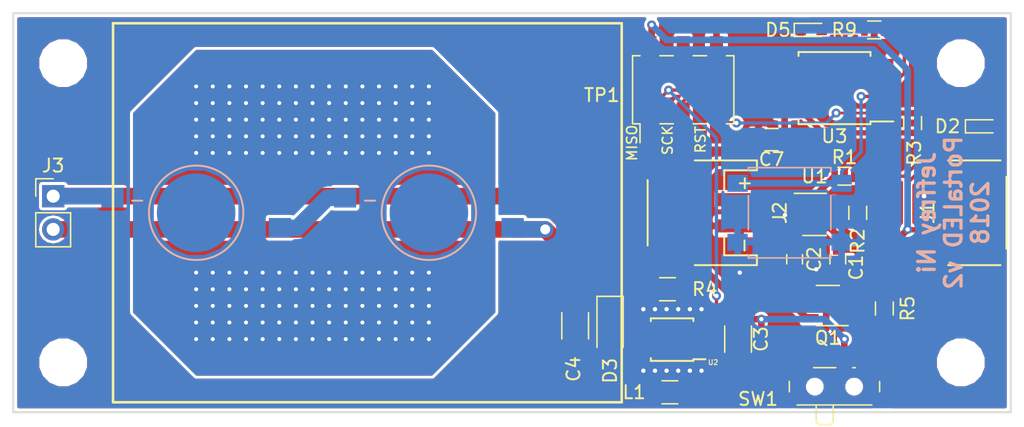
<source format=kicad_pcb>
(kicad_pcb (version 4) (host pcbnew 4.0.7)
  (layers (0 F.Cu signal) (31 B.Cu signal) (34 B.Paste user) (35 F.Paste user) (36 B.SilkS user) (37 F.SilkS user) (38 B.Mask user) (39 F.Mask user) (44 Edge.Cuts user))
  (net 0 "")
  (net 1 GND)
  (net 2 /VBAT)
  (net 3 VCC)
  (net 4 "Net-(C4-Pad1)")
  (net 5 "Net-(D2-Pad1)")
  (net 6 "Net-(D3-Pad2)")
  (net 7 "Net-(R1-Pad1)")
  (net 8 "Net-(R2-Pad1)")
  (net 9 /FB)
  (net 10 "Net-(SW2-Pad2)")
  (net 11 "Net-(D5-Pad2)")
  (net 12 "Net-(R9-Pad1)")
  (net 13 /MISO)
  (net 14 /SCK)
  (net 15 /MOSI)
  (net 16 /RST)
  (net 17 V_USB)
  (net 18 "Net-(D4-Pad1)")
  (net 19 "Net-(Q1-Pad2)")
  (net 20 /THERM)
  (module personal_f:VIA-12mil (layer F.Cu) (at 166.37 102.108)
    (fp_text reference J9 hide)
    (fp_text value Conn_01x01 hide)
    (pad 1 thru_hole circle (at 0 0) (size 0.508 0.508) (drill 0.3048) (layers *.Cu *.Mask) (net 20 /THERM))
  )
  (module personal_f:VIA-12mil (layer F.Cu) (at 165.1 102.108)
    (fp_text reference J9 hide)
    (fp_text value Conn_01x01 hide)
    (pad 1 thru_hole circle (at 0 0) (size 0.508 0.508) (drill 0.3048) (layers *.Cu *.Mask) (net 20 /THERM))
  )
  (module personal_f:VIA-12mil (layer F.Cu) (at 163.83 102.108)
    (fp_text reference J9 hide)
    (fp_text value Conn_01x01 hide)
    (pad 1 thru_hole circle (at 0 0) (size 0.508 0.508) (drill 0.3048) (layers *.Cu *.Mask) (net 20 /THERM))
  )
  (module personal_f:VIA-12mil (layer F.Cu) (at 162.56 102.108)
    (fp_text reference J9 hide)
    (fp_text value Conn_01x01 hide)
    (pad 1 thru_hole circle (at 0 0) (size 0.508 0.508) (drill 0.3048) (layers *.Cu *.Mask) (net 20 /THERM))
  )
  (module personal_f:VIA-12mil (layer F.Cu) (at 161.29 102.108)
    (fp_text reference J9 hide)
    (fp_text value Conn_01x01 hide)
    (pad 1 thru_hole circle (at 0 0) (size 0.508 0.508) (drill 0.3048) (layers *.Cu *.Mask) (net 20 /THERM))
  )
  (module personal_f:VIA-12mil (layer F.Cu) (at 160.02 102.108)
    (fp_text reference J9 hide)
    (fp_text value Conn_01x01 hide)
    (pad 1 thru_hole circle (at 0 0) (size 0.508 0.508) (drill 0.3048) (layers *.Cu *.Mask) (net 20 /THERM))
  )
  (module personal_f:VIA-12mil (layer F.Cu) (at 158.75 102.108)
    (fp_text reference J9 hide)
    (fp_text value Conn_01x01 hide)
    (pad 1 thru_hole circle (at 0 0) (size 0.508 0.508) (drill 0.3048) (layers *.Cu *.Mask) (net 20 /THERM))
  )
  (module personal_f:VIA-12mil (layer F.Cu) (at 157.48 102.108)
    (fp_text reference J9 hide)
    (fp_text value Conn_01x01 hide)
    (pad 1 thru_hole circle (at 0 0) (size 0.508 0.508) (drill 0.3048) (layers *.Cu *.Mask) (net 20 /THERM))
  )
  (module personal_f:VIA-12mil (layer F.Cu) (at 156.21 102.108)
    (fp_text reference J9 hide)
    (fp_text value Conn_01x01 hide)
    (pad 1 thru_hole circle (at 0 0) (size 0.508 0.508) (drill 0.3048) (layers *.Cu *.Mask) (net 20 /THERM))
  )
  (module personal_f:VIA-12mil (layer F.Cu) (at 154.94 102.108)
    (fp_text reference J9 hide)
    (fp_text value Conn_01x01 hide)
    (pad 1 thru_hole circle (at 0 0) (size 0.508 0.508) (drill 0.3048) (layers *.Cu *.Mask) (net 20 /THERM))
  )
  (module personal_f:VIA-12mil (layer F.Cu) (at 153.67 102.108)
    (fp_text reference J9 hide)
    (fp_text value Conn_01x01 hide)
    (pad 1 thru_hole circle (at 0 0) (size 0.508 0.508) (drill 0.3048) (layers *.Cu *.Mask) (net 20 /THERM))
  )
  (module personal_f:VIA-12mil (layer F.Cu) (at 152.4 102.108)
    (fp_text reference J9 hide)
    (fp_text value Conn_01x01 hide)
    (pad 1 thru_hole circle (at 0 0) (size 0.508 0.508) (drill 0.3048) (layers *.Cu *.Mask) (net 20 /THERM))
  )
  (module personal_f:VIA-12mil (layer F.Cu) (at 151.13 102.108)
    (fp_text reference J9 hide)
    (fp_text value Conn_01x01 hide)
    (pad 1 thru_hole circle (at 0 0) (size 0.508 0.508) (drill 0.3048) (layers *.Cu *.Mask) (net 20 /THERM))
  )
  (module personal_f:VIA-12mil (layer F.Cu) (at 149.86 102.108)
    (fp_text reference J9 hide)
    (fp_text value Conn_01x01 hide)
    (pad 1 thru_hole circle (at 0 0) (size 0.508 0.508) (drill 0.3048) (layers *.Cu *.Mask) (net 20 /THERM))
  )
  (module personal_f:VIA-12mil (layer F.Cu) (at 148.59 102.108)
    (fp_text reference J9 hide)
    (fp_text value Conn_01x01 hide)
    (pad 1 thru_hole circle (at 0 0) (size 0.508 0.508) (drill 0.3048) (layers *.Cu *.Mask) (net 20 /THERM))
  )
  (module personal_f:VIA-12mil (layer F.Cu) (at 166.37 103.378)
    (fp_text reference J9 hide)
    (fp_text value Conn_01x01 hide)
    (pad 1 thru_hole circle (at 0 0) (size 0.508 0.508) (drill 0.3048) (layers *.Cu *.Mask) (net 20 /THERM))
  )
  (module personal_f:VIA-12mil (layer F.Cu) (at 165.1 103.378)
    (fp_text reference J9 hide)
    (fp_text value Conn_01x01 hide)
    (pad 1 thru_hole circle (at 0 0) (size 0.508 0.508) (drill 0.3048) (layers *.Cu *.Mask) (net 20 /THERM))
  )
  (module personal_f:VIA-12mil (layer F.Cu) (at 163.83 103.378)
    (fp_text reference J9 hide)
    (fp_text value Conn_01x01 hide)
    (pad 1 thru_hole circle (at 0 0) (size 0.508 0.508) (drill 0.3048) (layers *.Cu *.Mask) (net 20 /THERM))
  )
  (module personal_f:VIA-12mil (layer F.Cu) (at 162.56 103.378)
    (fp_text reference J9 hide)
    (fp_text value Conn_01x01 hide)
    (pad 1 thru_hole circle (at 0 0) (size 0.508 0.508) (drill 0.3048) (layers *.Cu *.Mask) (net 20 /THERM))
  )
  (module personal_f:VIA-12mil (layer F.Cu) (at 161.29 103.378)
    (fp_text reference J9 hide)
    (fp_text value Conn_01x01 hide)
    (pad 1 thru_hole circle (at 0 0) (size 0.508 0.508) (drill 0.3048) (layers *.Cu *.Mask) (net 20 /THERM))
  )
  (module personal_f:VIA-12mil (layer F.Cu) (at 160.02 103.378)
    (fp_text reference J9 hide)
    (fp_text value Conn_01x01 hide)
    (pad 1 thru_hole circle (at 0 0) (size 0.508 0.508) (drill 0.3048) (layers *.Cu *.Mask) (net 20 /THERM))
  )
  (module personal_f:VIA-12mil (layer F.Cu) (at 158.75 103.378)
    (fp_text reference J9 hide)
    (fp_text value Conn_01x01 hide)
    (pad 1 thru_hole circle (at 0 0) (size 0.508 0.508) (drill 0.3048) (layers *.Cu *.Mask) (net 20 /THERM))
  )
  (module personal_f:VIA-12mil (layer F.Cu) (at 157.48 103.378)
    (fp_text reference J9 hide)
    (fp_text value Conn_01x01 hide)
    (pad 1 thru_hole circle (at 0 0) (size 0.508 0.508) (drill 0.3048) (layers *.Cu *.Mask) (net 20 /THERM))
  )
  (module personal_f:VIA-12mil (layer F.Cu) (at 156.21 103.378)
    (fp_text reference J9 hide)
    (fp_text value Conn_01x01 hide)
    (pad 1 thru_hole circle (at 0 0) (size 0.508 0.508) (drill 0.3048) (layers *.Cu *.Mask) (net 20 /THERM))
  )
  (module personal_f:VIA-12mil (layer F.Cu) (at 154.94 103.378)
    (fp_text reference J9 hide)
    (fp_text value Conn_01x01 hide)
    (pad 1 thru_hole circle (at 0 0) (size 0.508 0.508) (drill 0.3048) (layers *.Cu *.Mask) (net 20 /THERM))
  )
  (module personal_f:VIA-12mil (layer F.Cu) (at 153.67 103.378)
    (fp_text reference J9 hide)
    (fp_text value Conn_01x01 hide)
    (pad 1 thru_hole circle (at 0 0) (size 0.508 0.508) (drill 0.3048) (layers *.Cu *.Mask) (net 20 /THERM))
  )
  (module personal_f:VIA-12mil (layer F.Cu) (at 152.4 103.378)
    (fp_text reference J9 hide)
    (fp_text value Conn_01x01 hide)
    (pad 1 thru_hole circle (at 0 0) (size 0.508 0.508) (drill 0.3048) (layers *.Cu *.Mask) (net 20 /THERM))
  )
  (module personal_f:VIA-12mil (layer F.Cu) (at 151.13 103.378)
    (fp_text reference J9 hide)
    (fp_text value Conn_01x01 hide)
    (pad 1 thru_hole circle (at 0 0) (size 0.508 0.508) (drill 0.3048) (layers *.Cu *.Mask) (net 20 /THERM))
  )
  (module personal_f:VIA-12mil (layer F.Cu) (at 149.86 103.378)
    (fp_text reference J9 hide)
    (fp_text value Conn_01x01 hide)
    (pad 1 thru_hole circle (at 0 0) (size 0.508 0.508) (drill 0.3048) (layers *.Cu *.Mask) (net 20 /THERM))
  )
  (module personal_f:VIA-12mil (layer F.Cu) (at 148.59 103.378)
    (fp_text reference J9 hide)
    (fp_text value Conn_01x01 hide)
    (pad 1 thru_hole circle (at 0 0) (size 0.508 0.508) (drill 0.3048) (layers *.Cu *.Mask) (net 20 /THERM))
  )
  (module personal_f:VIA-12mil (layer F.Cu) (at 166.37 104.648)
    (fp_text reference J9 hide)
    (fp_text value Conn_01x01 hide)
    (pad 1 thru_hole circle (at 0 0) (size 0.508 0.508) (drill 0.3048) (layers *.Cu *.Mask) (net 20 /THERM))
  )
  (module personal_f:VIA-12mil (layer F.Cu) (at 165.1 104.648)
    (fp_text reference J9 hide)
    (fp_text value Conn_01x01 hide)
    (pad 1 thru_hole circle (at 0 0) (size 0.508 0.508) (drill 0.3048) (layers *.Cu *.Mask) (net 20 /THERM))
  )
  (module personal_f:VIA-12mil (layer F.Cu) (at 163.83 104.648)
    (fp_text reference J9 hide)
    (fp_text value Conn_01x01 hide)
    (pad 1 thru_hole circle (at 0 0) (size 0.508 0.508) (drill 0.3048) (layers *.Cu *.Mask) (net 20 /THERM))
  )
  (module personal_f:VIA-12mil (layer F.Cu) (at 162.56 104.648)
    (fp_text reference J9 hide)
    (fp_text value Conn_01x01 hide)
    (pad 1 thru_hole circle (at 0 0) (size 0.508 0.508) (drill 0.3048) (layers *.Cu *.Mask) (net 20 /THERM))
  )
  (module personal_f:VIA-12mil (layer F.Cu) (at 161.29 104.648)
    (fp_text reference J9 hide)
    (fp_text value Conn_01x01 hide)
    (pad 1 thru_hole circle (at 0 0) (size 0.508 0.508) (drill 0.3048) (layers *.Cu *.Mask) (net 20 /THERM))
  )
  (module personal_f:VIA-12mil (layer F.Cu) (at 160.02 104.648)
    (fp_text reference J9 hide)
    (fp_text value Conn_01x01 hide)
    (pad 1 thru_hole circle (at 0 0) (size 0.508 0.508) (drill 0.3048) (layers *.Cu *.Mask) (net 20 /THERM))
  )
  (module personal_f:VIA-12mil (layer F.Cu) (at 158.75 104.648)
    (fp_text reference J9 hide)
    (fp_text value Conn_01x01 hide)
    (pad 1 thru_hole circle (at 0 0) (size 0.508 0.508) (drill 0.3048) (layers *.Cu *.Mask) (net 20 /THERM))
  )
  (module personal_f:VIA-12mil (layer F.Cu) (at 157.48 104.648)
    (fp_text reference J9 hide)
    (fp_text value Conn_01x01 hide)
    (pad 1 thru_hole circle (at 0 0) (size 0.508 0.508) (drill 0.3048) (layers *.Cu *.Mask) (net 20 /THERM))
  )
  (module personal_f:VIA-12mil (layer F.Cu) (at 156.21 104.648)
    (fp_text reference J9 hide)
    (fp_text value Conn_01x01 hide)
    (pad 1 thru_hole circle (at 0 0) (size 0.508 0.508) (drill 0.3048) (layers *.Cu *.Mask) (net 20 /THERM))
  )
  (module personal_f:VIA-12mil (layer F.Cu) (at 154.94 104.648)
    (fp_text reference J9 hide)
    (fp_text value Conn_01x01 hide)
    (pad 1 thru_hole circle (at 0 0) (size 0.508 0.508) (drill 0.3048) (layers *.Cu *.Mask) (net 20 /THERM))
  )
  (module personal_f:VIA-12mil (layer F.Cu) (at 153.67 104.648)
    (fp_text reference J9 hide)
    (fp_text value Conn_01x01 hide)
    (pad 1 thru_hole circle (at 0 0) (size 0.508 0.508) (drill 0.3048) (layers *.Cu *.Mask) (net 20 /THERM))
  )
  (module personal_f:VIA-12mil (layer F.Cu) (at 152.4 104.648)
    (fp_text reference J9 hide)
    (fp_text value Conn_01x01 hide)
    (pad 1 thru_hole circle (at 0 0) (size 0.508 0.508) (drill 0.3048) (layers *.Cu *.Mask) (net 20 /THERM))
  )
  (module personal_f:VIA-12mil (layer F.Cu) (at 151.13 104.648)
    (fp_text reference J9 hide)
    (fp_text value Conn_01x01 hide)
    (pad 1 thru_hole circle (at 0 0) (size 0.508 0.508) (drill 0.3048) (layers *.Cu *.Mask) (net 20 /THERM))
  )
  (module personal_f:VIA-12mil (layer F.Cu) (at 149.86 104.648)
    (fp_text reference J9 hide)
    (fp_text value Conn_01x01 hide)
    (pad 1 thru_hole circle (at 0 0) (size 0.508 0.508) (drill 0.3048) (layers *.Cu *.Mask) (net 20 /THERM))
  )
  (module personal_f:VIA-12mil (layer F.Cu) (at 148.59 104.648)
    (fp_text reference J9 hide)
    (fp_text value Conn_01x01 hide)
    (pad 1 thru_hole circle (at 0 0) (size 0.508 0.508) (drill 0.3048) (layers *.Cu *.Mask) (net 20 /THERM))
  )
  (module personal_f:VIA-12mil (layer F.Cu) (at 166.37 105.918)
    (fp_text reference J9 hide)
    (fp_text value Conn_01x01 hide)
    (pad 1 thru_hole circle (at 0 0) (size 0.508 0.508) (drill 0.3048) (layers *.Cu *.Mask) (net 20 /THERM))
  )
  (module personal_f:VIA-12mil (layer F.Cu) (at 165.1 105.918)
    (fp_text reference J9 hide)
    (fp_text value Conn_01x01 hide)
    (pad 1 thru_hole circle (at 0 0) (size 0.508 0.508) (drill 0.3048) (layers *.Cu *.Mask) (net 20 /THERM))
  )
  (module personal_f:VIA-12mil (layer F.Cu) (at 163.83 105.918)
    (fp_text reference J9 hide)
    (fp_text value Conn_01x01 hide)
    (pad 1 thru_hole circle (at 0 0) (size 0.508 0.508) (drill 0.3048) (layers *.Cu *.Mask) (net 20 /THERM))
  )
  (module personal_f:VIA-12mil (layer F.Cu) (at 162.56 105.918)
    (fp_text reference J9 hide)
    (fp_text value Conn_01x01 hide)
    (pad 1 thru_hole circle (at 0 0) (size 0.508 0.508) (drill 0.3048) (layers *.Cu *.Mask) (net 20 /THERM))
  )
  (module personal_f:VIA-12mil (layer F.Cu) (at 161.29 105.918)
    (fp_text reference J9 hide)
    (fp_text value Conn_01x01 hide)
    (pad 1 thru_hole circle (at 0 0) (size 0.508 0.508) (drill 0.3048) (layers *.Cu *.Mask) (net 20 /THERM))
  )
  (module personal_f:VIA-12mil (layer F.Cu) (at 160.02 105.918)
    (fp_text reference J9 hide)
    (fp_text value Conn_01x01 hide)
    (pad 1 thru_hole circle (at 0 0) (size 0.508 0.508) (drill 0.3048) (layers *.Cu *.Mask) (net 20 /THERM))
  )
  (module personal_f:VIA-12mil (layer F.Cu) (at 158.75 105.918)
    (fp_text reference J9 hide)
    (fp_text value Conn_01x01 hide)
    (pad 1 thru_hole circle (at 0 0) (size 0.508 0.508) (drill 0.3048) (layers *.Cu *.Mask) (net 20 /THERM))
  )
  (module personal_f:VIA-12mil (layer F.Cu) (at 157.48 105.918)
    (fp_text reference J9 hide)
    (fp_text value Conn_01x01 hide)
    (pad 1 thru_hole circle (at 0 0) (size 0.508 0.508) (drill 0.3048) (layers *.Cu *.Mask) (net 20 /THERM))
  )
  (module personal_f:VIA-12mil (layer F.Cu) (at 156.21 105.918)
    (fp_text reference J9 hide)
    (fp_text value Conn_01x01 hide)
    (pad 1 thru_hole circle (at 0 0) (size 0.508 0.508) (drill 0.3048) (layers *.Cu *.Mask) (net 20 /THERM))
  )
  (module personal_f:VIA-12mil (layer F.Cu) (at 154.94 105.918)
    (fp_text reference J9 hide)
    (fp_text value Conn_01x01 hide)
    (pad 1 thru_hole circle (at 0 0) (size 0.508 0.508) (drill 0.3048) (layers *.Cu *.Mask) (net 20 /THERM))
  )
  (module personal_f:VIA-12mil (layer F.Cu) (at 153.67 105.918)
    (fp_text reference J9 hide)
    (fp_text value Conn_01x01 hide)
    (pad 1 thru_hole circle (at 0 0) (size 0.508 0.508) (drill 0.3048) (layers *.Cu *.Mask) (net 20 /THERM))
  )
  (module personal_f:VIA-12mil (layer F.Cu) (at 152.4 105.918)
    (fp_text reference J9 hide)
    (fp_text value Conn_01x01 hide)
    (pad 1 thru_hole circle (at 0 0) (size 0.508 0.508) (drill 0.3048) (layers *.Cu *.Mask) (net 20 /THERM))
  )
  (module personal_f:VIA-12mil (layer F.Cu) (at 151.13 105.918)
    (fp_text reference J9 hide)
    (fp_text value Conn_01x01 hide)
    (pad 1 thru_hole circle (at 0 0) (size 0.508 0.508) (drill 0.3048) (layers *.Cu *.Mask) (net 20 /THERM))
  )
  (module personal_f:VIA-12mil (layer F.Cu) (at 149.86 105.918)
    (fp_text reference J9 hide)
    (fp_text value Conn_01x01 hide)
    (pad 1 thru_hole circle (at 0 0) (size 0.508 0.508) (drill 0.3048) (layers *.Cu *.Mask) (net 20 /THERM))
  )
  (module personal_f:VIA-12mil (layer F.Cu) (at 148.59 105.918)
    (fp_text reference J9 hide)
    (fp_text value Conn_01x01 hide)
    (pad 1 thru_hole circle (at 0 0) (size 0.508 0.508) (drill 0.3048) (layers *.Cu *.Mask) (net 20 /THERM))
  )
  (module personal_f:VIA-12mil (layer F.Cu) (at 166.37 107.188)
    (fp_text reference J9 hide)
    (fp_text value Conn_01x01 hide)
    (pad 1 thru_hole circle (at 0 0) (size 0.508 0.508) (drill 0.3048) (layers *.Cu *.Mask) (net 20 /THERM))
  )
  (module personal_f:VIA-12mil (layer F.Cu) (at 165.1 107.188)
    (fp_text reference J9 hide)
    (fp_text value Conn_01x01 hide)
    (pad 1 thru_hole circle (at 0 0) (size 0.508 0.508) (drill 0.3048) (layers *.Cu *.Mask) (net 20 /THERM))
  )
  (module personal_f:VIA-12mil (layer F.Cu) (at 163.83 107.188)
    (fp_text reference J9 hide)
    (fp_text value Conn_01x01 hide)
    (pad 1 thru_hole circle (at 0 0) (size 0.508 0.508) (drill 0.3048) (layers *.Cu *.Mask) (net 20 /THERM))
  )
  (module personal_f:VIA-12mil (layer F.Cu) (at 162.56 107.188)
    (fp_text reference J9 hide)
    (fp_text value Conn_01x01 hide)
    (pad 1 thru_hole circle (at 0 0) (size 0.508 0.508) (drill 0.3048) (layers *.Cu *.Mask) (net 20 /THERM))
  )
  (module personal_f:VIA-12mil (layer F.Cu) (at 161.29 107.188)
    (fp_text reference J9 hide)
    (fp_text value Conn_01x01 hide)
    (pad 1 thru_hole circle (at 0 0) (size 0.508 0.508) (drill 0.3048) (layers *.Cu *.Mask) (net 20 /THERM))
  )
  (module personal_f:VIA-12mil (layer F.Cu) (at 160.02 107.188)
    (fp_text reference J9 hide)
    (fp_text value Conn_01x01 hide)
    (pad 1 thru_hole circle (at 0 0) (size 0.508 0.508) (drill 0.3048) (layers *.Cu *.Mask) (net 20 /THERM))
  )
  (module personal_f:VIA-12mil (layer F.Cu) (at 158.75 107.188)
    (fp_text reference J9 hide)
    (fp_text value Conn_01x01 hide)
    (pad 1 thru_hole circle (at 0 0) (size 0.508 0.508) (drill 0.3048) (layers *.Cu *.Mask) (net 20 /THERM))
  )
  (module personal_f:VIA-12mil (layer F.Cu) (at 157.48 107.188)
    (fp_text reference J9 hide)
    (fp_text value Conn_01x01 hide)
    (pad 1 thru_hole circle (at 0 0) (size 0.508 0.508) (drill 0.3048) (layers *.Cu *.Mask) (net 20 /THERM))
  )
  (module personal_f:VIA-12mil (layer F.Cu) (at 156.21 107.188)
    (fp_text reference J9 hide)
    (fp_text value Conn_01x01 hide)
    (pad 1 thru_hole circle (at 0 0) (size 0.508 0.508) (drill 0.3048) (layers *.Cu *.Mask) (net 20 /THERM))
  )
  (module personal_f:VIA-12mil (layer F.Cu) (at 154.94 107.188)
    (fp_text reference J9 hide)
    (fp_text value Conn_01x01 hide)
    (pad 1 thru_hole circle (at 0 0) (size 0.508 0.508) (drill 0.3048) (layers *.Cu *.Mask) (net 20 /THERM))
  )
  (module personal_f:VIA-12mil (layer F.Cu) (at 153.67 107.188)
    (fp_text reference J9 hide)
    (fp_text value Conn_01x01 hide)
    (pad 1 thru_hole circle (at 0 0) (size 0.508 0.508) (drill 0.3048) (layers *.Cu *.Mask) (net 20 /THERM))
  )
  (module personal_f:VIA-12mil (layer F.Cu) (at 152.4 107.188)
    (fp_text reference J9 hide)
    (fp_text value Conn_01x01 hide)
    (pad 1 thru_hole circle (at 0 0) (size 0.508 0.508) (drill 0.3048) (layers *.Cu *.Mask) (net 20 /THERM))
  )
  (module personal_f:VIA-12mil (layer F.Cu) (at 151.13 107.188)
    (fp_text reference J9 hide)
    (fp_text value Conn_01x01 hide)
    (pad 1 thru_hole circle (at 0 0) (size 0.508 0.508) (drill 0.3048) (layers *.Cu *.Mask) (net 20 /THERM))
  )
  (module personal_f:VIA-12mil (layer F.Cu) (at 149.86 107.188)
    (fp_text reference J9 hide)
    (fp_text value Conn_01x01 hide)
    (pad 1 thru_hole circle (at 0 0) (size 0.508 0.508) (drill 0.3048) (layers *.Cu *.Mask) (net 20 /THERM))
  )
  (module personal_f:VIA-12mil (layer F.Cu) (at 166.37 121.412)
    (fp_text reference J8 hide)
    (fp_text value Conn_01x01 hide)
    (pad 1 thru_hole circle (at 0 0) (size 0.508 0.508) (drill 0.3048) (layers *.Cu *.Mask) (net 20 /THERM))
  )
  (module personal_f:VIA-12mil (layer F.Cu) (at 165.1 121.412)
    (fp_text reference J8 hide)
    (fp_text value Conn_01x01 hide)
    (pad 1 thru_hole circle (at 0 0) (size 0.508 0.508) (drill 0.3048) (layers *.Cu *.Mask) (net 20 /THERM))
  )
  (module personal_f:VIA-12mil (layer F.Cu) (at 163.83 121.412)
    (fp_text reference J8 hide)
    (fp_text value Conn_01x01 hide)
    (pad 1 thru_hole circle (at 0 0) (size 0.508 0.508) (drill 0.3048) (layers *.Cu *.Mask) (net 20 /THERM))
  )
  (module personal_f:VIA-12mil (layer F.Cu) (at 162.56 121.412)
    (fp_text reference J8 hide)
    (fp_text value Conn_01x01 hide)
    (pad 1 thru_hole circle (at 0 0) (size 0.508 0.508) (drill 0.3048) (layers *.Cu *.Mask) (net 20 /THERM))
  )
  (module personal_f:VIA-12mil (layer F.Cu) (at 161.29 121.412)
    (fp_text reference J8 hide)
    (fp_text value Conn_01x01 hide)
    (pad 1 thru_hole circle (at 0 0) (size 0.508 0.508) (drill 0.3048) (layers *.Cu *.Mask) (net 20 /THERM))
  )
  (module personal_f:VIA-12mil (layer F.Cu) (at 160.02 121.412)
    (fp_text reference J8 hide)
    (fp_text value Conn_01x01 hide)
    (pad 1 thru_hole circle (at 0 0) (size 0.508 0.508) (drill 0.3048) (layers *.Cu *.Mask) (net 20 /THERM))
  )
  (module personal_f:VIA-12mil (layer F.Cu) (at 158.75 121.412)
    (fp_text reference J8 hide)
    (fp_text value Conn_01x01 hide)
    (pad 1 thru_hole circle (at 0 0) (size 0.508 0.508) (drill 0.3048) (layers *.Cu *.Mask) (net 20 /THERM))
  )
  (module personal_f:VIA-12mil (layer F.Cu) (at 157.48 121.412)
    (fp_text reference J8 hide)
    (fp_text value Conn_01x01 hide)
    (pad 1 thru_hole circle (at 0 0) (size 0.508 0.508) (drill 0.3048) (layers *.Cu *.Mask) (net 20 /THERM))
  )
  (module personal_f:VIA-12mil (layer F.Cu) (at 156.21 121.412)
    (fp_text reference J8 hide)
    (fp_text value Conn_01x01 hide)
    (pad 1 thru_hole circle (at 0 0) (size 0.508 0.508) (drill 0.3048) (layers *.Cu *.Mask) (net 20 /THERM))
  )
  (module personal_f:VIA-12mil (layer F.Cu) (at 154.94 121.412)
    (fp_text reference J8 hide)
    (fp_text value Conn_01x01 hide)
    (pad 1 thru_hole circle (at 0 0) (size 0.508 0.508) (drill 0.3048) (layers *.Cu *.Mask) (net 20 /THERM))
  )
  (module personal_f:VIA-12mil (layer F.Cu) (at 153.67 121.412)
    (fp_text reference J8 hide)
    (fp_text value Conn_01x01 hide)
    (pad 1 thru_hole circle (at 0 0) (size 0.508 0.508) (drill 0.3048) (layers *.Cu *.Mask) (net 20 /THERM))
  )
  (module personal_f:VIA-12mil (layer F.Cu) (at 152.4 121.412)
    (fp_text reference J8 hide)
    (fp_text value Conn_01x01 hide)
    (pad 1 thru_hole circle (at 0 0) (size 0.508 0.508) (drill 0.3048) (layers *.Cu *.Mask) (net 20 /THERM))
  )
  (module personal_f:VIA-12mil (layer F.Cu) (at 151.13 121.412)
    (fp_text reference J8 hide)
    (fp_text value Conn_01x01 hide)
    (pad 1 thru_hole circle (at 0 0) (size 0.508 0.508) (drill 0.3048) (layers *.Cu *.Mask) (net 20 /THERM))
  )
  (module personal_f:VIA-12mil (layer F.Cu) (at 149.86 121.412)
    (fp_text reference J8 hide)
    (fp_text value Conn_01x01 hide)
    (pad 1 thru_hole circle (at 0 0) (size 0.508 0.508) (drill 0.3048) (layers *.Cu *.Mask) (net 20 /THERM))
  )
  (module personal_f:VIA-12mil (layer F.Cu) (at 148.59 121.412)
    (fp_text reference J8 hide)
    (fp_text value Conn_01x01 hide)
    (pad 1 thru_hole circle (at 0 0) (size 0.508 0.508) (drill 0.3048) (layers *.Cu *.Mask) (net 20 /THERM))
  )
  (module personal_f:VIA-12mil (layer F.Cu) (at 166.37 120.142)
    (fp_text reference J8 hide)
    (fp_text value Conn_01x01 hide)
    (pad 1 thru_hole circle (at 0 0) (size 0.508 0.508) (drill 0.3048) (layers *.Cu *.Mask) (net 20 /THERM))
  )
  (module personal_f:VIA-12mil (layer F.Cu) (at 165.1 120.142)
    (fp_text reference J8 hide)
    (fp_text value Conn_01x01 hide)
    (pad 1 thru_hole circle (at 0 0) (size 0.508 0.508) (drill 0.3048) (layers *.Cu *.Mask) (net 20 /THERM))
  )
  (module personal_f:VIA-12mil (layer F.Cu) (at 163.83 120.142)
    (fp_text reference J8 hide)
    (fp_text value Conn_01x01 hide)
    (pad 1 thru_hole circle (at 0 0) (size 0.508 0.508) (drill 0.3048) (layers *.Cu *.Mask) (net 20 /THERM))
  )
  (module personal_f:VIA-12mil (layer F.Cu) (at 162.56 120.142)
    (fp_text reference J8 hide)
    (fp_text value Conn_01x01 hide)
    (pad 1 thru_hole circle (at 0 0) (size 0.508 0.508) (drill 0.3048) (layers *.Cu *.Mask) (net 20 /THERM))
  )
  (module personal_f:VIA-12mil (layer F.Cu) (at 161.29 120.142)
    (fp_text reference J8 hide)
    (fp_text value Conn_01x01 hide)
    (pad 1 thru_hole circle (at 0 0) (size 0.508 0.508) (drill 0.3048) (layers *.Cu *.Mask) (net 20 /THERM))
  )
  (module personal_f:VIA-12mil (layer F.Cu) (at 160.02 120.142)
    (fp_text reference J8 hide)
    (fp_text value Conn_01x01 hide)
    (pad 1 thru_hole circle (at 0 0) (size 0.508 0.508) (drill 0.3048) (layers *.Cu *.Mask) (net 20 /THERM))
  )
  (module personal_f:VIA-12mil (layer F.Cu) (at 158.75 120.142)
    (fp_text reference J8 hide)
    (fp_text value Conn_01x01 hide)
    (pad 1 thru_hole circle (at 0 0) (size 0.508 0.508) (drill 0.3048) (layers *.Cu *.Mask) (net 20 /THERM))
  )
  (module personal_f:VIA-12mil (layer F.Cu) (at 157.48 120.142)
    (fp_text reference J8 hide)
    (fp_text value Conn_01x01 hide)
    (pad 1 thru_hole circle (at 0 0) (size 0.508 0.508) (drill 0.3048) (layers *.Cu *.Mask) (net 20 /THERM))
  )
  (module personal_f:VIA-12mil (layer F.Cu) (at 156.21 120.142)
    (fp_text reference J8 hide)
    (fp_text value Conn_01x01 hide)
    (pad 1 thru_hole circle (at 0 0) (size 0.508 0.508) (drill 0.3048) (layers *.Cu *.Mask) (net 20 /THERM))
  )
  (module personal_f:VIA-12mil (layer F.Cu) (at 154.94 120.142)
    (fp_text reference J8 hide)
    (fp_text value Conn_01x01 hide)
    (pad 1 thru_hole circle (at 0 0) (size 0.508 0.508) (drill 0.3048) (layers *.Cu *.Mask) (net 20 /THERM))
  )
  (module personal_f:VIA-12mil (layer F.Cu) (at 153.67 120.142)
    (fp_text reference J8 hide)
    (fp_text value Conn_01x01 hide)
    (pad 1 thru_hole circle (at 0 0) (size 0.508 0.508) (drill 0.3048) (layers *.Cu *.Mask) (net 20 /THERM))
  )
  (module personal_f:VIA-12mil (layer F.Cu) (at 152.4 120.142)
    (fp_text reference J8 hide)
    (fp_text value Conn_01x01 hide)
    (pad 1 thru_hole circle (at 0 0) (size 0.508 0.508) (drill 0.3048) (layers *.Cu *.Mask) (net 20 /THERM))
  )
  (module personal_f:VIA-12mil (layer F.Cu) (at 151.13 120.142)
    (fp_text reference J8 hide)
    (fp_text value Conn_01x01 hide)
    (pad 1 thru_hole circle (at 0 0) (size 0.508 0.508) (drill 0.3048) (layers *.Cu *.Mask) (net 20 /THERM))
  )
  (module personal_f:VIA-12mil (layer F.Cu) (at 149.86 120.142)
    (fp_text reference J8 hide)
    (fp_text value Conn_01x01 hide)
    (pad 1 thru_hole circle (at 0 0) (size 0.508 0.508) (drill 0.3048) (layers *.Cu *.Mask) (net 20 /THERM))
  )
  (module personal_f:VIA-12mil (layer F.Cu) (at 148.59 120.142)
    (fp_text reference J8 hide)
    (fp_text value Conn_01x01 hide)
    (pad 1 thru_hole circle (at 0 0) (size 0.508 0.508) (drill 0.3048) (layers *.Cu *.Mask) (net 20 /THERM))
  )
  (module personal_f:VIA-12mil (layer F.Cu) (at 166.37 118.872)
    (fp_text reference J8 hide)
    (fp_text value Conn_01x01 hide)
    (pad 1 thru_hole circle (at 0 0) (size 0.508 0.508) (drill 0.3048) (layers *.Cu *.Mask) (net 20 /THERM))
  )
  (module personal_f:VIA-12mil (layer F.Cu) (at 165.1 118.872)
    (fp_text reference J8 hide)
    (fp_text value Conn_01x01 hide)
    (pad 1 thru_hole circle (at 0 0) (size 0.508 0.508) (drill 0.3048) (layers *.Cu *.Mask) (net 20 /THERM))
  )
  (module personal_f:VIA-12mil (layer F.Cu) (at 163.83 118.872)
    (fp_text reference J8 hide)
    (fp_text value Conn_01x01 hide)
    (pad 1 thru_hole circle (at 0 0) (size 0.508 0.508) (drill 0.3048) (layers *.Cu *.Mask) (net 20 /THERM))
  )
  (module personal_f:VIA-12mil (layer F.Cu) (at 162.56 118.872)
    (fp_text reference J8 hide)
    (fp_text value Conn_01x01 hide)
    (pad 1 thru_hole circle (at 0 0) (size 0.508 0.508) (drill 0.3048) (layers *.Cu *.Mask) (net 20 /THERM))
  )
  (module personal_f:VIA-12mil (layer F.Cu) (at 161.29 118.872)
    (fp_text reference J8 hide)
    (fp_text value Conn_01x01 hide)
    (pad 1 thru_hole circle (at 0 0) (size 0.508 0.508) (drill 0.3048) (layers *.Cu *.Mask) (net 20 /THERM))
  )
  (module personal_f:VIA-12mil (layer F.Cu) (at 160.02 118.872)
    (fp_text reference J8 hide)
    (fp_text value Conn_01x01 hide)
    (pad 1 thru_hole circle (at 0 0) (size 0.508 0.508) (drill 0.3048) (layers *.Cu *.Mask) (net 20 /THERM))
  )
  (module personal_f:VIA-12mil (layer F.Cu) (at 158.75 118.872)
    (fp_text reference J8 hide)
    (fp_text value Conn_01x01 hide)
    (pad 1 thru_hole circle (at 0 0) (size 0.508 0.508) (drill 0.3048) (layers *.Cu *.Mask) (net 20 /THERM))
  )
  (module personal_f:VIA-12mil (layer F.Cu) (at 157.48 118.872)
    (fp_text reference J8 hide)
    (fp_text value Conn_01x01 hide)
    (pad 1 thru_hole circle (at 0 0) (size 0.508 0.508) (drill 0.3048) (layers *.Cu *.Mask) (net 20 /THERM))
  )
  (module personal_f:VIA-12mil (layer F.Cu) (at 156.21 118.872)
    (fp_text reference J8 hide)
    (fp_text value Conn_01x01 hide)
    (pad 1 thru_hole circle (at 0 0) (size 0.508 0.508) (drill 0.3048) (layers *.Cu *.Mask) (net 20 /THERM))
  )
  (module personal_f:VIA-12mil (layer F.Cu) (at 154.94 118.872)
    (fp_text reference J8 hide)
    (fp_text value Conn_01x01 hide)
    (pad 1 thru_hole circle (at 0 0) (size 0.508 0.508) (drill 0.3048) (layers *.Cu *.Mask) (net 20 /THERM))
  )
  (module personal_f:VIA-12mil (layer F.Cu) (at 153.67 118.872)
    (fp_text reference J8 hide)
    (fp_text value Conn_01x01 hide)
    (pad 1 thru_hole circle (at 0 0) (size 0.508 0.508) (drill 0.3048) (layers *.Cu *.Mask) (net 20 /THERM))
  )
  (module personal_f:VIA-12mil (layer F.Cu) (at 152.4 118.872)
    (fp_text reference J8 hide)
    (fp_text value Conn_01x01 hide)
    (pad 1 thru_hole circle (at 0 0) (size 0.508 0.508) (drill 0.3048) (layers *.Cu *.Mask) (net 20 /THERM))
  )
  (module personal_f:VIA-12mil (layer F.Cu) (at 151.13 118.872)
    (fp_text reference J8 hide)
    (fp_text value Conn_01x01 hide)
    (pad 1 thru_hole circle (at 0 0) (size 0.508 0.508) (drill 0.3048) (layers *.Cu *.Mask) (net 20 /THERM))
  )
  (module personal_f:VIA-12mil (layer F.Cu) (at 149.86 118.872)
    (fp_text reference J8 hide)
    (fp_text value Conn_01x01 hide)
    (pad 1 thru_hole circle (at 0 0) (size 0.508 0.508) (drill 0.3048) (layers *.Cu *.Mask) (net 20 /THERM))
  )
  (module personal_f:VIA-12mil (layer F.Cu) (at 148.59 118.872)
    (fp_text reference J8 hide)
    (fp_text value Conn_01x01 hide)
    (pad 1 thru_hole circle (at 0 0) (size 0.508 0.508) (drill 0.3048) (layers *.Cu *.Mask) (net 20 /THERM))
  )
  (module personal_f:VIA-12mil (layer F.Cu) (at 166.37 117.602)
    (fp_text reference J8 hide)
    (fp_text value Conn_01x01 hide)
    (pad 1 thru_hole circle (at 0 0) (size 0.508 0.508) (drill 0.3048) (layers *.Cu *.Mask) (net 20 /THERM))
  )
  (module personal_f:VIA-12mil (layer F.Cu) (at 165.1 117.602)
    (fp_text reference J8 hide)
    (fp_text value Conn_01x01 hide)
    (pad 1 thru_hole circle (at 0 0) (size 0.508 0.508) (drill 0.3048) (layers *.Cu *.Mask) (net 20 /THERM))
  )
  (module personal_f:VIA-12mil (layer F.Cu) (at 163.83 117.602)
    (fp_text reference J8 hide)
    (fp_text value Conn_01x01 hide)
    (pad 1 thru_hole circle (at 0 0) (size 0.508 0.508) (drill 0.3048) (layers *.Cu *.Mask) (net 20 /THERM))
  )
  (module personal_f:VIA-12mil (layer F.Cu) (at 162.56 117.602)
    (fp_text reference J8 hide)
    (fp_text value Conn_01x01 hide)
    (pad 1 thru_hole circle (at 0 0) (size 0.508 0.508) (drill 0.3048) (layers *.Cu *.Mask) (net 20 /THERM))
  )
  (module personal_f:VIA-12mil (layer F.Cu) (at 161.29 117.602)
    (fp_text reference J8 hide)
    (fp_text value Conn_01x01 hide)
    (pad 1 thru_hole circle (at 0 0) (size 0.508 0.508) (drill 0.3048) (layers *.Cu *.Mask) (net 20 /THERM))
  )
  (module personal_f:VIA-12mil (layer F.Cu) (at 160.02 117.602)
    (fp_text reference J8 hide)
    (fp_text value Conn_01x01 hide)
    (pad 1 thru_hole circle (at 0 0) (size 0.508 0.508) (drill 0.3048) (layers *.Cu *.Mask) (net 20 /THERM))
  )
  (module personal_f:VIA-12mil (layer F.Cu) (at 158.75 117.602)
    (fp_text reference J8 hide)
    (fp_text value Conn_01x01 hide)
    (pad 1 thru_hole circle (at 0 0) (size 0.508 0.508) (drill 0.3048) (layers *.Cu *.Mask) (net 20 /THERM))
  )
  (module personal_f:VIA-12mil (layer F.Cu) (at 157.48 117.602)
    (fp_text reference J8 hide)
    (fp_text value Conn_01x01 hide)
    (pad 1 thru_hole circle (at 0 0) (size 0.508 0.508) (drill 0.3048) (layers *.Cu *.Mask) (net 20 /THERM))
  )
  (module personal_f:VIA-12mil (layer F.Cu) (at 156.21 117.602)
    (fp_text reference J8 hide)
    (fp_text value Conn_01x01 hide)
    (pad 1 thru_hole circle (at 0 0) (size 0.508 0.508) (drill 0.3048) (layers *.Cu *.Mask) (net 20 /THERM))
  )
  (module personal_f:VIA-12mil (layer F.Cu) (at 154.94 117.602)
    (fp_text reference J8 hide)
    (fp_text value Conn_01x01 hide)
    (pad 1 thru_hole circle (at 0 0) (size 0.508 0.508) (drill 0.3048) (layers *.Cu *.Mask) (net 20 /THERM))
  )
  (module personal_f:VIA-12mil (layer F.Cu) (at 153.67 117.602)
    (fp_text reference J8 hide)
    (fp_text value Conn_01x01 hide)
    (pad 1 thru_hole circle (at 0 0) (size 0.508 0.508) (drill 0.3048) (layers *.Cu *.Mask) (net 20 /THERM))
  )
  (module personal_f:VIA-12mil (layer F.Cu) (at 152.4 117.602)
    (fp_text reference J8 hide)
    (fp_text value Conn_01x01 hide)
    (pad 1 thru_hole circle (at 0 0) (size 0.508 0.508) (drill 0.3048) (layers *.Cu *.Mask) (net 20 /THERM))
  )
  (module personal_f:VIA-12mil (layer F.Cu) (at 151.13 117.602)
    (fp_text reference J8 hide)
    (fp_text value Conn_01x01 hide)
    (pad 1 thru_hole circle (at 0 0) (size 0.508 0.508) (drill 0.3048) (layers *.Cu *.Mask) (net 20 /THERM))
  )
  (module personal_f:VIA-12mil (layer F.Cu) (at 149.86 117.602)
    (fp_text reference J8 hide)
    (fp_text value Conn_01x01 hide)
    (pad 1 thru_hole circle (at 0 0) (size 0.508 0.508) (drill 0.3048) (layers *.Cu *.Mask) (net 20 /THERM))
  )
  (module personal_f:VIA-12mil (layer F.Cu) (at 148.59 117.602)
    (fp_text reference J8 hide)
    (fp_text value Conn_01x01 hide)
    (pad 1 thru_hole circle (at 0 0) (size 0.508 0.508) (drill 0.3048) (layers *.Cu *.Mask) (net 20 /THERM))
  )
  (module personal_f:VIA-12mil (layer F.Cu) (at 166.37 116.332)
    (fp_text reference J8 hide)
    (fp_text value Conn_01x01 hide)
    (pad 1 thru_hole circle (at 0 0) (size 0.508 0.508) (drill 0.3048) (layers *.Cu *.Mask) (net 20 /THERM))
  )
  (module personal_f:VIA-12mil (layer F.Cu) (at 165.1 116.332)
    (fp_text reference J8 hide)
    (fp_text value Conn_01x01 hide)
    (pad 1 thru_hole circle (at 0 0) (size 0.508 0.508) (drill 0.3048) (layers *.Cu *.Mask) (net 20 /THERM))
  )
  (module personal_f:VIA-12mil (layer F.Cu) (at 163.83 116.332)
    (fp_text reference J8 hide)
    (fp_text value Conn_01x01 hide)
    (pad 1 thru_hole circle (at 0 0) (size 0.508 0.508) (drill 0.3048) (layers *.Cu *.Mask) (net 20 /THERM))
  )
  (module personal_f:VIA-12mil (layer F.Cu) (at 162.56 116.332)
    (fp_text reference J8 hide)
    (fp_text value Conn_01x01 hide)
    (pad 1 thru_hole circle (at 0 0) (size 0.508 0.508) (drill 0.3048) (layers *.Cu *.Mask) (net 20 /THERM))
  )
  (module personal_f:VIA-12mil (layer F.Cu) (at 161.29 116.332)
    (fp_text reference J8 hide)
    (fp_text value Conn_01x01 hide)
    (pad 1 thru_hole circle (at 0 0) (size 0.508 0.508) (drill 0.3048) (layers *.Cu *.Mask) (net 20 /THERM))
  )
  (module personal_f:VIA-12mil (layer F.Cu) (at 160.02 116.332)
    (fp_text reference J8 hide)
    (fp_text value Conn_01x01 hide)
    (pad 1 thru_hole circle (at 0 0) (size 0.508 0.508) (drill 0.3048) (layers *.Cu *.Mask) (net 20 /THERM))
  )
  (module personal_f:VIA-12mil (layer F.Cu) (at 158.75 116.332)
    (fp_text reference J8 hide)
    (fp_text value Conn_01x01 hide)
    (pad 1 thru_hole circle (at 0 0) (size 0.508 0.508) (drill 0.3048) (layers *.Cu *.Mask) (net 20 /THERM))
  )
  (module personal_f:VIA-12mil (layer F.Cu) (at 157.48 116.332)
    (fp_text reference J8 hide)
    (fp_text value Conn_01x01 hide)
    (pad 1 thru_hole circle (at 0 0) (size 0.508 0.508) (drill 0.3048) (layers *.Cu *.Mask) (net 20 /THERM))
  )
  (module personal_f:VIA-12mil (layer F.Cu) (at 156.21 116.332)
    (fp_text reference J8 hide)
    (fp_text value Conn_01x01 hide)
    (pad 1 thru_hole circle (at 0 0) (size 0.508 0.508) (drill 0.3048) (layers *.Cu *.Mask) (net 20 /THERM))
  )
  (module personal_f:VIA-12mil (layer F.Cu) (at 154.94 116.332)
    (fp_text reference J8 hide)
    (fp_text value Conn_01x01 hide)
    (pad 1 thru_hole circle (at 0 0) (size 0.508 0.508) (drill 0.3048) (layers *.Cu *.Mask) (net 20 /THERM))
  )
  (module personal_f:VIA-12mil (layer F.Cu) (at 153.67 116.332)
    (fp_text reference J8 hide)
    (fp_text value Conn_01x01 hide)
    (pad 1 thru_hole circle (at 0 0) (size 0.508 0.508) (drill 0.3048) (layers *.Cu *.Mask) (net 20 /THERM))
  )
  (module personal_f:VIA-12mil (layer F.Cu) (at 152.4 116.332)
    (fp_text reference J8 hide)
    (fp_text value Conn_01x01 hide)
    (pad 1 thru_hole circle (at 0 0) (size 0.508 0.508) (drill 0.3048) (layers *.Cu *.Mask) (net 20 /THERM))
  )
  (module personal_f:VIA-12mil (layer F.Cu) (at 151.13 116.332)
    (fp_text reference J8 hide)
    (fp_text value Conn_01x01 hide)
    (pad 1 thru_hole circle (at 0 0) (size 0.508 0.508) (drill 0.3048) (layers *.Cu *.Mask) (net 20 /THERM))
  )
  (module personal_f:VIA-12mil (layer F.Cu) (at 149.86 116.332)
    (fp_text reference J8 hide)
    (fp_text value Conn_01x01 hide)
    (pad 1 thru_hole circle (at 0 0) (size 0.508 0.508) (drill 0.3048) (layers *.Cu *.Mask) (net 20 /THERM))
  )
  (module Capacitors_SMD:C_0805 (layer F.Cu) (at 192.548 106.172 180)
    (fp_text reference C7 (at 0 -1.5 180) (layer F.SilkS))
    (fp_text value 0.1u)
    (pad 1 smd rect (at -1 0 180) (size 1 1.25) (layers F.Cu F.Paste F.Mask) (net 3 VCC))
    (pad 2 smd rect (at 1 0 180) (size 1 1.25) (layers F.Cu F.Paste F.Mask) (net 1 GND))
  )
  (module personal_f:ChanzonLED (layer B.Cu) (at 166.37 111.76)
    (fp_text reference D4 hide)
    (fp_text value LED)
    (fp_text user - (at -4.5 -1) (layer B.SilkS) (effects (justify mirror)))
    (pad "" smd circle (at 0 0) (size 6 6) (layers B.Cu B.Paste B.Mask))
    (pad 2 smd rect (at 6.4 1.15) (size 1.7 1.5) (layers B.Cu B.Paste B.Mask) (net 4 "Net-(C4-Pad1)"))
    (pad 1 smd rect (at -6.4 -1.15) (size 1.7 1.5) (layers B.Cu B.Paste B.Mask) (net 18 "Net-(D4-Pad1)"))
  )
  (module Capacitors_SMD:C_0603 (layer F.Cu) (at 197.612 115.316 270)
    (fp_text reference C1 (at 0.635 -1.397 270) (layer F.SilkS))
    (fp_text value 4.7u)
    (pad 2 smd rect (at 0.75 0 270) (size 0.8 0.75) (layers F.Cu F.Paste F.Mask) (net 1 GND))
    (pad 1 smd rect (at -0.75 0 270) (size 0.8 0.75) (layers F.Cu F.Paste F.Mask) (net 17 V_USB))
  )
  (module Capacitors_SMD:C_0603 (layer F.Cu) (at 194.31 115.316 270)
    (fp_text reference C2 (at 0 -1.5 270) (layer F.SilkS))
    (fp_text value 4.7u)
    (pad 2 smd rect (at 0.75 0 270) (size 0.8 0.75) (layers F.Cu F.Paste F.Mask) (net 1 GND))
    (pad 1 smd rect (at -0.75 0 270) (size 0.8 0.75) (layers F.Cu F.Paste F.Mask) (net 2 /VBAT))
  )
  (module Capacitors_SMD:C_1206 (layer F.Cu) (at 189.992 121.412 270)
    (fp_text reference C3 (at 0 -1.75 270) (layer F.SilkS))
    (fp_text value 10u)
    (pad 1 smd rect (at -1.5 0 270) (size 1 1.6) (layers F.Cu F.Paste F.Mask) (net 3 VCC))
    (pad 2 smd rect (at 1.5 0 270) (size 1 1.6) (layers F.Cu F.Paste F.Mask) (net 1 GND))
  )
  (module Capacitors_SMD:C_1206 (layer F.Cu) (at 177.546 120.396 270)
    (fp_text reference C4 (at 3.302 0.127 270) (layer F.SilkS))
    (fp_text value 10u)
    (pad 1 smd rect (at -1.5 0 270) (size 1 1.6) (layers F.Cu F.Paste F.Mask) (net 4 "Net-(C4-Pad1)"))
    (pad 2 smd rect (at 1.5 0 270) (size 1 1.6) (layers F.Cu F.Paste F.Mask) (net 1 GND))
  )
  (module LEDs:LED_0603 (layer F.Cu) (at 208.661 105.156)
    (fp_text reference D2 (at -2.667 0) (layer F.SilkS))
    (fp_text value LED)
    (pad 2 smd rect (at 0.8 0 180) (size 0.8 0.8) (layers F.Cu F.Paste F.Mask) (net 17 V_USB))
    (pad 1 smd rect (at -0.8 0 180) (size 0.8 0.8) (layers F.Cu F.Paste F.Mask) (net 5 "Net-(D2-Pad1)"))
  )
  (module Diodes_SMD:D_SOD-123 (layer F.Cu) (at 180.213 120.396 270)
    (fp_text reference D3 (at 3.429 0 270) (layer F.SilkS))
    (fp_text value 1N5819)
    (pad 1 smd rect (at -1.65 0 270) (size 0.9 1.2) (layers F.Cu F.Paste F.Mask) (net 4 "Net-(C4-Pad1)"))
    (pad 2 smd rect (at 1.65 0 270) (size 0.9 1.2) (layers F.Cu F.Paste F.Mask) (net 6 "Net-(D3-Pad2)"))
  )
  (module LEDs:LED_0603 (layer F.Cu) (at 195.58 97.79)
    (fp_text reference D5 (at -2.54 0) (layer F.SilkS))
    (fp_text value LED)
    (pad 2 smd rect (at 0.8 0 180) (size 0.8 0.8) (layers F.Cu F.Paste F.Mask) (net 11 "Net-(D5-Pad2)"))
    (pad 1 smd rect (at -0.8 0 180) (size 0.8 0.8) (layers F.Cu F.Paste F.Mask) (net 1 GND))
  )
  (module personal_f:ChanzonLED (layer B.Cu) (at 148.59 111.76)
    (fp_text reference D6 hide)
    (fp_text value LED)
    (fp_text user - (at -4.5 -1) (layer B.SilkS) (effects (justify mirror)))
    (pad "" smd circle (at 0 0) (size 6 6) (layers B.Cu B.Paste B.Mask))
    (pad 2 smd rect (at 6.4 1.15) (size 1.7 1.5) (layers B.Cu B.Paste B.Mask) (net 18 "Net-(D4-Pad1)"))
    (pad 1 smd rect (at -6.4 -1.15) (size 1.7 1.5) (layers B.Cu B.Paste B.Mask) (net 9 /FB))
  )
  (module personal_f:Micro_USB_B_NH (layer F.Cu) (at 209.042 111.76 90)
    (fp_text reference J1 (at 0 -4.572 90) (layer F.SilkS))
    (fp_text value Micro_USB_B)
    (pad "" smd rect (at 3.85 0 90) (size 1.9 1.9) (layers F.Cu F.Paste F.Mask))
    (pad "" smd rect (at -3.85 0 90) (size 1.9 1.9) (layers F.Cu F.Paste F.Mask))
    (pad "" smd rect (at -3.1 -2.55 90) (size 2.1 1.6) (layers F.Cu F.Paste F.Mask))
    (pad "" smd rect (at 3.1 -2.55 90) (size 2.1 1.6) (layers F.Cu F.Paste F.Mask))
    (pad "" smd rect (at 1.2 0 90) (size 1.9 1.9) (layers F.Cu F.Paste F.Mask))
    (pad 1 smd rect (at -1.3 -2.8 90) (size 0.4 1.35) (layers F.Cu F.Paste F.Mask) (net 17 V_USB))
    (pad 2 smd rect (at -0.65 -2.8 90) (size 0.4 1.35) (layers F.Cu F.Paste F.Mask))
    (pad 3 smd rect (at 0 -2.8 90) (size 0.4 1.35) (layers F.Cu F.Paste F.Mask))
    (pad 4 smd rect (at 0.65 -2.8 90) (size 0.4 1.35) (layers F.Cu F.Paste F.Mask))
    (pad 5 smd rect (at 1.3 -2.8 90) (size 0.4 1.35) (layers F.Cu F.Paste F.Mask) (net 1 GND))
    (pad "" smd rect (at -1.2 0 90) (size 1.9 1.9) (layers F.Cu F.Paste F.Mask))
  )
  (module personal_f:JST-PH-2 (layer F.Cu) (at 186.182 111.76 90)
    (fp_text reference J2 (at 0 7 90) (layer F.SilkS))
    (fp_text value Conn_01x02)
    (fp_text user _ (at -2.5 3.75 90) (layer F.SilkS))
    (fp_text user + (at 2.25 4.25 90) (layer F.SilkS))
    (pad "" smd rect (at 3.4 -1.5 90) (size 1.5 3.4) (layers F.Cu F.Paste F.Mask))
    (pad "" smd rect (at -3.4 -1.5 90) (size 1.5 3.4) (layers F.Cu F.Paste F.Mask))
    (pad 1 smd rect (at -1 4 90) (size 1 3.5) (layers F.Cu F.Paste F.Mask) (net 1 GND))
    (pad 2 smd rect (at 1 4 90) (size 1 3.5) (layers F.Cu F.Paste F.Mask) (net 2 /VBAT))
  )
  (module Pin_Headers:Pin_Header_Straight_1x02_Pitch2.54mm (layer F.Cu) (at 137.668 110.49)
    (fp_text reference J3 (at 0 -2.33) (layer F.SilkS))
    (fp_text value Conn_01x02)
    (pad 1 thru_hole rect (at 0 0) (size 1.7 1.7) (drill 1) (layers *.Cu *.Mask) (net 9 /FB))
    (pad 2 thru_hole oval (at 0 2.54) (size 1.7 1.7) (drill 1) (layers *.Cu *.Mask) (net 4 "Net-(C4-Pad1)"))
  )
  (module Inductors_SMD:L_0805 (layer F.Cu) (at 184.785 125.476 180)
    (fp_text reference L1 (at 2.733 0 180) (layer F.SilkS))
    (fp_text value 4u)
    (pad 1 smd rect (at -0.95 0 180) (size 0.7 1.3) (layers F.Cu F.Paste F.Mask) (net 3 VCC))
    (pad 2 smd rect (at 0.95 0 180) (size 0.7 1.3) (layers F.Cu F.Paste F.Mask) (net 6 "Net-(D3-Pad2)"))
  )
  (module TO_SOT_Packages_SMD:TSOT-23-5 (layer F.Cu) (at 196.85 118.872 180)
    (fp_text reference Q1 (at 0 -2.45 180) (layer F.SilkS))
    (fp_text value QS5U28)
    (pad 1 smd rect (at -1.31 -0.95 180) (size 1.22 0.65) (layers F.Cu F.Paste F.Mask) (net 17 V_USB))
    (pad 2 smd rect (at -1.31 0 180) (size 1.22 0.65) (layers F.Cu F.Paste F.Mask) (net 19 "Net-(Q1-Pad2)"))
    (pad 3 smd rect (at -1.31 0.95 180) (size 1.22 0.65) (layers F.Cu F.Paste F.Mask) (net 17 V_USB))
    (pad 4 smd rect (at 1.31 0.95 180) (size 1.22 0.65) (layers F.Cu F.Paste F.Mask) (net 19 "Net-(Q1-Pad2)"))
    (pad 5 smd rect (at 1.31 -0.95 180) (size 1.22 0.65) (layers F.Cu F.Paste F.Mask) (net 2 /VBAT))
  )
  (module Resistors_SMD:R_0603 (layer F.Cu) (at 198.12 108.966)
    (fp_text reference R1 (at 0 -1.45) (layer F.SilkS))
    (fp_text value 330)
    (pad 1 smd rect (at -0.75 0) (size 0.5 0.9) (layers F.Cu F.Paste F.Mask) (net 7 "Net-(R1-Pad1)"))
    (pad 2 smd rect (at 0.75 0) (size 0.5 0.9) (layers F.Cu F.Paste F.Mask) (net 5 "Net-(D2-Pad1)"))
  )
  (module Resistors_SMD:R_0603 (layer F.Cu) (at 199.136 111.76 270)
    (fp_text reference R2 (at 2.159 0 270) (layer F.SilkS))
    (fp_text value 2k)
    (pad 1 smd rect (at -0.75 0 270) (size 0.5 0.9) (layers F.Cu F.Paste F.Mask) (net 8 "Net-(R2-Pad1)"))
    (pad 2 smd rect (at 0.75 0 270) (size 0.5 0.9) (layers F.Cu F.Paste F.Mask) (net 1 GND))
  )
  (module Resistors_SMD:R_0603 (layer F.Cu) (at 203.327 104.902 90)
    (fp_text reference R3 (at -2.286 0.127 90) (layer F.SilkS))
    (fp_text value 10k)
    (pad 1 smd rect (at -0.75 0 90) (size 0.5 0.9) (layers F.Cu F.Paste F.Mask) (net 3 VCC))
    (pad 2 smd rect (at 0.75 0 90) (size 0.5 0.9) (layers F.Cu F.Paste F.Mask) (net 16 /RST))
  )
  (module Resistors_SMD:R_0805 (layer F.Cu) (at 184.597 117.602)
    (fp_text reference R4 (at 2.855 0) (layer F.SilkS))
    (fp_text value 0.3)
    (pad 1 smd rect (at -0.95 0) (size 0.7 1.3) (layers F.Cu F.Paste F.Mask) (net 9 /FB))
    (pad 2 smd rect (at 0.95 0) (size 0.7 1.3) (layers F.Cu F.Paste F.Mask) (net 1 GND))
  )
  (module Resistors_SMD:R_0603 (layer F.Cu) (at 201.168 119.0752 90)
    (fp_text reference R5 (at 0 1.778 90) (layer F.SilkS))
    (fp_text value 100k)
    (pad 1 smd rect (at -0.75 0 90) (size 0.5 0.9) (layers F.Cu F.Paste F.Mask) (net 17 V_USB))
    (pad 2 smd rect (at 0.75 0 90) (size 0.5 0.9) (layers F.Cu F.Paste F.Mask) (net 1 GND))
  )
  (module Resistors_SMD:R_0603 (layer F.Cu) (at 200.394 97.79 180)
    (fp_text reference R9 (at 2.286 0 180) (layer F.SilkS))
    (fp_text value 1k)
    (pad 1 smd rect (at -0.75 0 180) (size 0.5 0.9) (layers F.Cu F.Paste F.Mask) (net 12 "Net-(R9-Pad1)"))
    (pad 2 smd rect (at 0.75 0 180) (size 0.5 0.9) (layers F.Cu F.Paste F.Mask) (net 11 "Net-(D5-Pad2)"))
  )
  (module TO_SOT_Packages_SMD:SOT-23-5 (layer F.Cu) (at 195.834 111.887)
    (fp_text reference U1 (at 0 -2.9) (layer F.SilkS))
    (fp_text value MCP73831)
    (pad 1 smd rect (at -1.1 -0.95) (size 1.06 0.65) (layers F.Cu F.Paste F.Mask) (net 7 "Net-(R1-Pad1)"))
    (pad 2 smd rect (at -1.1 0) (size 1.06 0.65) (layers F.Cu F.Paste F.Mask) (net 1 GND))
    (pad 3 smd rect (at -1.1 0.95) (size 1.06 0.65) (layers F.Cu F.Paste F.Mask) (net 2 /VBAT))
    (pad 4 smd rect (at 1.1 0.95) (size 1.06 0.65) (layers F.Cu F.Paste F.Mask) (net 17 V_USB))
    (pad 5 smd rect (at 1.1 -0.95) (size 1.06 0.65) (layers F.Cu F.Paste F.Mask) (net 8 "Net-(R2-Pad1)"))
  )
  (module Housings_SSOP:MSOP-8-1EP_3x3mm_Pitch0.65mm (layer F.Cu) (at 184.951 121.45 180)
    (fp_text reference U2 (at -3.136 -1.74 180) (layer F.SilkS) (effects (font (size 0.381 0.381) (thickness 0.0762))))
    (fp_text value LM3410)
    (pad 1 smd rect (at -2.105 -0.975 180) (size 0.89 0.42) (layers F.Cu F.Paste F.Mask))
    (pad 2 smd rect (at -2.105 -0.325 180) (size 0.89 0.42) (layers F.Cu F.Paste F.Mask) (net 1 GND))
    (pad 3 smd rect (at -2.105 0.325 180) (size 0.89 0.42) (layers F.Cu F.Paste F.Mask) (net 3 VCC))
    (pad 4 smd rect (at -2.105 0.975 180) (size 0.89 0.42) (layers F.Cu F.Paste F.Mask) (net 13 /MISO))
    (pad 5 smd rect (at 2.105 0.975 180) (size 0.89 0.42) (layers F.Cu F.Paste F.Mask) (net 9 /FB))
    (pad 6 smd rect (at 2.105 0.325 180) (size 0.89 0.42) (layers F.Cu F.Paste F.Mask) (net 1 GND))
    (pad 7 smd rect (at 2.105 -0.325 180) (size 0.89 0.42) (layers F.Cu F.Paste F.Mask) (net 6 "Net-(D3-Pad2)"))
    (pad 8 smd rect (at 2.105 -0.975 180) (size 0.89 0.42) (layers F.Cu F.Paste F.Mask))
    (pad 9 smd rect (at 0.42 0.47 180) (size 0.84 0.94) (layers F.Cu F.Paste F.Mask) (net 1 GND))
    (pad 9 smd rect (at 0.42 -0.47 180) (size 0.84 0.94) (layers F.Cu F.Paste F.Mask) (net 1 GND))
    (pad 9 smd rect (at -0.42 0.47 180) (size 0.84 0.94) (layers F.Cu F.Paste F.Mask) (net 1 GND))
    (pad 9 smd rect (at -0.42 -0.47 180) (size 0.84 0.94) (layers F.Cu F.Paste F.Mask) (net 1 GND))
  )
  (module Housings_SOIC:SOIJ-8_5.3x5.3mm_Pitch1.27mm (layer F.Cu) (at 197.358 102.235 180)
    (fp_text reference U3 (at 0 -3.68 180) (layer F.SilkS))
    (fp_text value ATTINY85-20SU)
    (pad 1 smd rect (at -3.65 -1.905 180) (size 1.7 0.65) (layers F.Cu F.Paste F.Mask) (net 16 /RST))
    (pad 2 smd rect (at -3.65 -0.635 180) (size 1.7 0.65) (layers F.Cu F.Paste F.Mask) (net 10 "Net-(SW2-Pad2)"))
    (pad 3 smd rect (at -3.65 0.635 180) (size 1.7 0.65) (layers F.Cu F.Paste F.Mask) (net 12 "Net-(R9-Pad1)"))
    (pad 4 smd rect (at -3.65 1.905 180) (size 1.7 0.65) (layers F.Cu F.Paste F.Mask) (net 1 GND))
    (pad 5 smd rect (at 3.65 1.905 180) (size 1.7 0.65) (layers F.Cu F.Paste F.Mask) (net 15 /MOSI))
    (pad 6 smd rect (at 3.65 0.635 180) (size 1.7 0.65) (layers F.Cu F.Paste F.Mask) (net 13 /MISO))
    (pad 7 smd rect (at 3.65 -0.635 180) (size 1.7 0.65) (layers F.Cu F.Paste F.Mask) (net 14 /SCK))
    (pad 8 smd rect (at 3.65 -1.905 180) (size 1.7 0.65) (layers F.Cu F.Paste F.Mask) (net 3 VCC))
  )
  (module Buttons_Switches_SMD:SW_SPDT_PCM12 (layer F.Cu) (at 197.358 124.714)
    (fp_text reference SW1 (at -5.842 1.27) (layer F.SilkS))
    (fp_text value SW_SPST)
    (pad "" np_thru_hole circle (at -1.5 0.33) (size 0.9 0.9) (drill 0.9) (layers *.Cu *.Mask))
    (pad "" np_thru_hole circle (at 1.5 0.33) (size 0.9 0.9) (drill 0.9) (layers *.Cu *.Mask))
    (pad 1 smd rect (at -2.25 -1.43) (size 0.7 1.5) (layers F.Cu F.Paste F.Mask) (net 19 "Net-(Q1-Pad2)"))
    (pad 2 smd rect (at 0.75 -1.43) (size 0.7 1.5) (layers F.Cu F.Paste F.Mask) (net 3 VCC))
    (pad 3 smd rect (at 2.25 -1.43) (size 0.7 1.5) (layers F.Cu F.Paste F.Mask))
    (pad "" smd rect (at -3.65 1.43) (size 1 0.8) (layers F.Cu F.Paste F.Mask))
    (pad "" smd rect (at 3.65 1.43) (size 1 0.8) (layers F.Cu F.Paste F.Mask))
    (pad "" smd rect (at 3.65 -0.78) (size 1 0.8) (layers F.Cu F.Paste F.Mask))
    (pad "" smd rect (at -3.65 -0.78) (size 1 0.8) (layers F.Cu F.Paste F.Mask))
  )
  (module Buttons_Switches_SMD:SW_SPST_B3S-1000 (layer B.Cu) (at 193.929 111.76)
    (fp_text reference SW2 hide)
    (fp_text value SW_SPST)
    (pad 1 smd rect (at -3.975 2.25) (size 1.55 1.3) (layers B.Cu B.Paste B.Mask) (net 1 GND))
    (pad 1 smd rect (at 3.975 2.25) (size 1.55 1.3) (layers B.Cu B.Paste B.Mask) (net 1 GND))
    (pad 2 smd rect (at -3.975 -2.25) (size 1.55 1.3) (layers B.Cu B.Paste B.Mask) (net 10 "Net-(SW2-Pad2)"))
    (pad 2 smd rect (at 3.975 -2.25) (size 1.55 1.3) (layers B.Cu B.Paste B.Mask) (net 10 "Net-(SW2-Pad2)"))
  )
  (module Mounting_Holes:MountingHole_3.2mm_M3 (layer F.Cu) (at 138.43 123.19)
    (fp_text reference J4 hide)
    (fp_text value Conn_01x01)
    (pad 1 np_thru_hole circle (at 0 0) (size 3.2 3.2) (drill 3.2) (layers *.Cu *.Mask))
  )
  (module Mounting_Holes:MountingHole_3.2mm_M3 (layer F.Cu) (at 207.01 123.19)
    (fp_text reference J5 hide)
    (fp_text value Conn_01x01)
    (pad 1 np_thru_hole circle (at 0 0) (size 3.2 3.2) (drill 3.2) (layers *.Cu *.Mask))
  )
  (module Mounting_Holes:MountingHole_3.2mm_M3 (layer F.Cu) (at 138.43 100.33 180)
    (fp_text reference J6 hide)
    (fp_text value Conn_01x01)
    (pad 1 np_thru_hole circle (at 0 0 180) (size 3.2 3.2) (drill 3.2) (layers *.Cu *.Mask))
  )
  (module Mounting_Holes:MountingHole_3.2mm_M3 (layer F.Cu) (at 207.01 100.33 180)
    (fp_text reference J7 hide)
    (fp_text value Conn_01x01)
    (pad 1 np_thru_hole circle (at 0 0 180) (size 3.2 3.2) (drill 3.2) (layers *.Cu *.Mask))
  )
  (module personal_f:VIA-12mil (layer F.Cu) (at 148.59 116.332)
    (fp_text reference J8 hide)
    (fp_text value Conn_01x01 hide)
    (pad 1 thru_hole circle (at 0 0) (size 0.508 0.508) (drill 0.3048) (layers *.Cu *.Mask) (net 20 /THERM))
  )
  (module personal_f:VIA-12mil (layer F.Cu) (at 148.59 107.188)
    (fp_text reference J9 hide)
    (fp_text value Conn_01x01 hide)
    (pad 1 thru_hole circle (at 0 0) (size 0.508 0.508) (drill 0.3048) (layers *.Cu *.Mask) (net 20 /THERM))
  )
  (module Measurement_Points:Measurement_Point_Round-SMD-Pad_Small (layer F.Cu) (at 179.578 104.775)
    (fp_text reference TP1 (at 0 -2) (layer F.SilkS))
    (fp_text value TEST)
    (pad 1 smd circle (at 0 0) (size 1.5 1.5) (layers F.Cu F.Mask) (net 13 /MISO))
  )
  (module Pin_Headers:Pin_Header_Straight_2x03_Pitch2.54mm_SMD (layer F.Cu) (at 185.801 102.362 90)
    (fp_text reference CON1 hide)
    (fp_text value AVR-ISP-6)
    (pad 1 smd rect (at -2.525 -2.54 90) (size 3.15 1) (layers F.Cu F.Paste F.Mask) (net 13 /MISO))
    (pad 2 smd rect (at 2.525 -2.54 90) (size 3.15 1) (layers F.Cu F.Paste F.Mask) (net 17 V_USB))
    (pad 3 smd rect (at -2.525 0 90) (size 3.15 1) (layers F.Cu F.Paste F.Mask) (net 14 /SCK))
    (pad 4 smd rect (at 2.525 0 90) (size 3.15 1) (layers F.Cu F.Paste F.Mask) (net 15 /MOSI))
    (pad 5 smd rect (at -2.525 2.54 90) (size 3.15 1) (layers F.Cu F.Paste F.Mask) (net 16 /RST))
    (pad 6 smd rect (at 2.525 2.54 90) (size 3.15 1) (layers F.Cu F.Paste F.Mask) (net 1 GND))
  )
  (module personal_f:Guang (layer B.Cu) (at 182.2704 111.76 270)
    (fp_text reference G*** hide)
    (fp_text value LOGO hide)
  )
  (gr_text "Jeffrey Ni\nPortaLED v2\n2018" (at 206.4512 111.76 90) (layer B.SilkS) (effects (font (size 1.27 1.27) (thickness 0.254)) (justify mirror)))
  (gr_text RST (at 187.1218 106.172 90) (layer F.SilkS) (effects (font (size 0.762 0.762) (thickness 0.127))))
  (gr_text SCK (at 184.6072 106.2228 90) (layer F.SilkS) (effects (font (size 0.762 0.762) (thickness 0.127))))
  (gr_text MISO (at 181.8894 106.426 90) (layer F.SilkS) (effects (font (size 0.762 0.762) (thickness 0.127))))
  (gr_line (start 181.102 97.282) (end 142.24 97.282) (layer F.SilkS) (width 0.2))
  (gr_line (start 181.102 126.238) (end 181.102 97.282) (layer F.SilkS) (width 0.2))
  (gr_line (start 142.24 126.238) (end 181.102 126.238) (layer F.SilkS) (width 0.2))
  (gr_line (start 142.24 97.282) (end 142.24 126.238) (layer F.SilkS) (width 0.2))
  (gr_line (start 134.62 127) (end 134.62 96.52) (layer Edge.Cuts) (width 0.15))
  (gr_line (start 210.82 127) (end 134.62 127) (layer Edge.Cuts) (width 0.15))
  (gr_line (start 210.82 96.52) (end 210.82 127) (layer Edge.Cuts) (width 0.15))
  (gr_line (start 134.62 96.52) (end 210.82 96.52) (layer Edge.Cuts) (width 0.15))
  (via (at 182.753 123.825) (size 0.6858) (drill 0.3302) (layers F.Cu B.Cu) (net 1))
  (segment (start 183.642 123.825) (end 182.753 123.825) (width 0.254) (layer F.Cu) (net 1))
  (segment (start 184.531 123.825) (end 183.642 123.825) (width 0.254) (layer B.Cu) (net 1))
  (via (at 183.642 123.825) (size 0.6858) (drill 0.3302) (layers F.Cu B.Cu) (net 1))
  (segment (start 185.42 123.825) (end 184.531 123.825) (width 0.254) (layer F.Cu) (net 1))
  (via (at 184.531 123.825) (size 0.6858) (drill 0.3302) (layers F.Cu B.Cu) (net 1))
  (segment (start 186.309 123.825) (end 187.198 123.825) (width 0.254) (layer F.Cu) (net 1))
  (via (at 187.198 123.825) (size 0.6858) (drill 0.3302) (layers F.Cu B.Cu) (net 1))
  (segment (start 185.42 123.825) (end 186.309 123.825) (width 0.254) (layer B.Cu) (net 1))
  (via (at 186.309 123.825) (size 0.6858) (drill 0.3302) (layers F.Cu B.Cu) (net 1))
  (segment (start 185.371 121.92) (end 185.371 123.776) (width 0.254) (layer F.Cu) (net 1))
  (via (at 185.42 123.825) (size 0.6858) (drill 0.3302) (layers F.Cu B.Cu) (net 1))
  (segment (start 185.371 123.776) (end 185.42 123.825) (width 0.254) (layer F.Cu) (net 1))
  (segment (start 183.642 119.126) (end 182.753 119.126) (width 0.254) (layer F.Cu) (net 1))
  (via (at 182.753 119.126) (size 0.6858) (drill 0.3302) (layers F.Cu B.Cu) (net 1))
  (segment (start 184.531 119.126) (end 183.642 119.126) (width 0.254) (layer B.Cu) (net 1))
  (via (at 183.642 119.126) (size 0.6858) (drill 0.3302) (layers F.Cu B.Cu) (net 1))
  (segment (start 186.309 119.126) (end 187.198 119.126) (width 0.254) (layer F.Cu) (net 1))
  (via (at 187.198 119.126) (size 0.6858) (drill 0.3302) (layers F.Cu B.Cu) (net 1))
  (segment (start 185.42 119.126) (end 186.309 119.126) (width 0.254) (layer B.Cu) (net 1))
  (via (at 186.309 119.126) (size 0.6858) (drill 0.3302) (layers F.Cu B.Cu) (net 1))
  (segment (start 184.531 119.126) (end 185.42 119.126) (width 0.254) (layer F.Cu) (net 1))
  (via (at 185.42 119.126) (size 0.6858) (drill 0.3302) (layers F.Cu B.Cu) (net 1))
  (segment (start 184.531 120.98) (end 184.531 119.126) (width 0.254) (layer F.Cu) (net 1))
  (via (at 184.531 119.126) (size 0.6858) (drill 0.3302) (layers F.Cu B.Cu) (net 1))
  (segment (start 206.242 110.46) (end 204.246 110.46) (width 0.254) (layer F.Cu) (net 1))
  (segment (start 204.246 110.46) (end 204.216 110.49) (width 0.254) (layer F.Cu) (net 1))
  (via (at 204.216 110.49) (size 0.6858) (drill 0.3302) (layers F.Cu B.Cu) (net 1))
  (segment (start 190.182 112.76) (end 190.182 116.269) (width 0.254) (layer F.Cu) (net 1))
  (segment (start 190.182 116.269) (end 190.119 116.332) (width 0.254) (layer F.Cu) (net 1))
  (via (at 190.119 116.332) (size 0.6858) (drill 0.3302) (layers F.Cu B.Cu) (net 1))
  (segment (start 193.621863 111.887) (end 193.57431 111.934553) (width 0.508) (layer F.Cu) (net 1))
  (segment (start 194.734 111.887) (end 193.621863 111.887) (width 0.508) (layer F.Cu) (net 1))
  (via (at 193.57431 111.934553) (size 0.6858) (drill 0.3302) (layers F.Cu B.Cu) (net 1))
  (segment (start 194.31 116.066) (end 195.949 116.066) (width 0.508) (layer F.Cu) (net 1))
  (segment (start 195.949 116.066) (end 195.961 116.078) (width 0.508) (layer F.Cu) (net 1))
  (segment (start 197.612 116.066) (end 195.973 116.066) (width 0.508) (layer F.Cu) (net 1))
  (via (at 195.961 116.078) (size 0.6858) (drill 0.3302) (layers F.Cu B.Cu) (net 1))
  (segment (start 195.973 116.066) (end 195.961 116.078) (width 0.508) (layer F.Cu) (net 1))
  (segment (start 187.056 121.775) (end 185.516 121.775) (width 0.4064) (layer F.Cu) (net 1))
  (segment (start 185.516 121.775) (end 185.371 121.92) (width 0.4064) (layer F.Cu) (net 1))
  (segment (start 182.846 121.125) (end 184.386 121.125) (width 0.4064) (layer F.Cu) (net 1))
  (segment (start 184.386 121.125) (end 184.531 120.98) (width 0.4064) (layer F.Cu) (net 1))
  (segment (start 187.056 121.775) (end 188.855 121.775) (width 0.4064) (layer F.Cu) (net 1))
  (segment (start 188.855 121.775) (end 189.992 122.912) (width 0.4064) (layer F.Cu) (net 1))
  (segment (start 193.427 114.566) (end 194.31 114.566) (width 0.508) (layer F.Cu) (net 2))
  (segment (start 192.825 114.566) (end 193.427 114.566) (width 0.508) (layer F.Cu) (net 2))
  (segment (start 194.31 114.566) (end 194.31 113.261) (width 0.508) (layer F.Cu) (net 2))
  (segment (start 192.825 114.566) (end 192.825 112.153) (width 0.508) (layer F.Cu) (net 2))
  (segment (start 192.825 112.153) (end 191.432 110.76) (width 0.508) (layer F.Cu) (net 2))
  (segment (start 191.432 110.76) (end 190.182 110.76) (width 0.508) (layer F.Cu) (net 2))
  (segment (start 192.825 114.566) (end 192.825 117.392) (width 0.508) (layer F.Cu) (net 2))
  (segment (start 192.825 117.392) (end 195.255 119.822) (width 0.508) (layer F.Cu) (net 2))
  (segment (start 195.255 119.822) (end 195.54 119.822) (width 0.508) (layer F.Cu) (net 2))
  (segment (start 194.31 113.261) (end 194.734 112.837) (width 0.508) (layer F.Cu) (net 2))
  (segment (start 189.992 119.912) (end 189.992 118.652032) (width 0.508) (layer F.Cu) (net 3))
  (segment (start 189.992 118.652032) (end 187.198 115.858032) (width 0.508) (layer F.Cu) (net 3))
  (segment (start 187.198 115.858032) (end 187.198 108.966) (width 0.508) (layer F.Cu) (net 3))
  (segment (start 187.198 108.966) (end 188.224 107.94) (width 0.508) (layer F.Cu) (net 3))
  (segment (start 188.224 107.94) (end 191.905 107.94) (width 0.508) (layer F.Cu) (net 3))
  (segment (start 191.905 107.94) (end 193.548 106.297) (width 0.508) (layer F.Cu) (net 3))
  (segment (start 193.548 106.297) (end 193.548 106.172) (width 0.508) (layer F.Cu) (net 3))
  (segment (start 190.246 125.476) (end 191.77 123.952) (width 0.508) (layer F.Cu) (net 3))
  (segment (start 191.77 123.952) (end 191.77 119.888) (width 0.508) (layer F.Cu) (net 3))
  (segment (start 185.735 125.476) (end 190.246 125.476) (width 0.508) (layer F.Cu) (net 3))
  (segment (start 191.77 119.888) (end 190.016 119.888) (width 0.508) (layer F.Cu) (net 3))
  (segment (start 190.016 119.888) (end 189.992 119.912) (width 0.508) (layer F.Cu) (net 3))
  (segment (start 198.12 121.412) (end 196.596 119.888) (width 0.508) (layer B.Cu) (net 3))
  (segment (start 196.596 119.888) (end 191.77 119.888) (width 0.508) (layer B.Cu) (net 3))
  (via (at 191.77 119.888) (size 0.6858) (drill 0.3302) (layers F.Cu B.Cu) (net 3))
  (segment (start 198.108 123.284) (end 198.108 121.424) (width 0.508) (layer F.Cu) (net 3))
  (segment (start 198.108 121.424) (end 198.12 121.412) (width 0.508) (layer F.Cu) (net 3))
  (via (at 198.12 121.412) (size 0.6858) (drill 0.3302) (layers F.Cu B.Cu) (net 3))
  (segment (start 193.708 104.14) (end 194.9644 104.14) (width 0.4064) (layer F.Cu) (net 3))
  (segment (start 194.9644 104.14) (end 196.4764 105.652) (width 0.4064) (layer F.Cu) (net 3))
  (segment (start 202.4706 105.652) (end 203.327 105.652) (width 0.4064) (layer F.Cu) (net 3))
  (segment (start 196.4764 105.652) (end 202.4706 105.652) (width 0.4064) (layer F.Cu) (net 3))
  (segment (start 187.056 121.125) (end 188.779 121.125) (width 0.4064) (layer F.Cu) (net 3))
  (segment (start 188.779 121.125) (end 189.992 119.912) (width 0.4064) (layer F.Cu) (net 3))
  (segment (start 193.548 106.172) (end 193.548 104.3) (width 0.508) (layer F.Cu) (net 3))
  (segment (start 193.548 104.3) (end 193.708 104.14) (width 0.508) (layer F.Cu) (net 3))
  (segment (start 137.668 113.03) (end 138.870081 113.03) (width 1.27) (layer F.Cu) (net 4))
  (segment (start 138.870081 113.03) (end 175.26 113.03) (width 1.27) (layer F.Cu) (net 4))
  (via (at 175.26 113.03) (size 1.143) (drill 0.762) (layers F.Cu B.Cu) (net 4))
  (segment (start 175.26 113.03) (end 172.89 113.03) (width 1.27) (layer B.Cu) (net 4))
  (segment (start 172.89 113.03) (end 172.77 112.91) (width 1.27) (layer B.Cu) (net 4))
  (segment (start 177.546 118.896) (end 177.546 115.316) (width 1.27) (layer F.Cu) (net 4))
  (segment (start 177.546 115.316) (end 175.26 113.03) (width 1.27) (layer F.Cu) (net 4))
  (segment (start 177.546 118.896) (end 180.063 118.896) (width 0.508) (layer F.Cu) (net 4))
  (segment (start 180.063 118.896) (end 180.213 118.746) (width 0.508) (layer F.Cu) (net 4))
  (segment (start 198.87 108.966) (end 202.692 108.966) (width 0.254) (layer F.Cu) (net 5))
  (segment (start 202.692 108.966) (end 206.375 105.283) (width 0.254) (layer F.Cu) (net 5))
  (segment (start 206.375 105.283) (end 207.772 105.283) (width 0.254) (layer F.Cu) (net 5))
  (segment (start 182.245 125.476) (end 180.213 123.444) (width 0.508) (layer F.Cu) (net 6))
  (segment (start 180.213 123.444) (end 180.213 122.046) (width 0.508) (layer F.Cu) (net 6))
  (segment (start 183.835 125.476) (end 182.245 125.476) (width 0.508) (layer F.Cu) (net 6))
  (segment (start 180.213 122.046) (end 180.484 121.775) (width 0.508) (layer F.Cu) (net 6))
  (segment (start 180.484 121.775) (end 182.846 121.775) (width 0.508) (layer F.Cu) (net 6))
  (segment (start 194.734 110.937) (end 195.399 110.937) (width 0.508) (layer F.Cu) (net 7))
  (segment (start 195.399 110.937) (end 197.37 108.966) (width 0.508) (layer F.Cu) (net 7))
  (segment (start 196.934 110.937) (end 199.063 110.937) (width 0.508) (layer F.Cu) (net 8))
  (segment (start 199.063 110.937) (end 199.136 111.01) (width 0.508) (layer F.Cu) (net 8))
  (segment (start 182.846 120.475) (end 182.197 120.475) (width 0.508) (layer F.Cu) (net 9))
  (segment (start 182.197 120.475) (end 181.864 120.142) (width 0.508) (layer F.Cu) (net 9))
  (segment (start 181.864 120.142) (end 181.864 117.602) (width 0.508) (layer F.Cu) (net 9))
  (segment (start 137.668 110.49) (end 174.752 110.49) (width 1.27) (layer F.Cu) (net 9))
  (segment (start 174.752 110.49) (end 181.864 117.602) (width 1.27) (layer F.Cu) (net 9))
  (segment (start 182.027 117.602) (end 183.647 117.602) (width 1.27) (layer F.Cu) (net 9))
  (segment (start 181.864 117.602) (end 182.027 117.602) (width 1.27) (layer F.Cu) (net 9))
  (segment (start 137.668 110.49) (end 142.07 110.49) (width 1.27) (layer B.Cu) (net 9))
  (segment (start 142.07 110.49) (end 142.19 110.61) (width 1.27) (layer B.Cu) (net 9))
  (segment (start 199.39 102.87) (end 201.008 102.87) (width 0.254) (layer F.Cu) (net 10))
  (segment (start 199.39 103.354933) (end 199.39 102.87) (width 0.254) (layer B.Cu) (net 10))
  (segment (start 199.39 107.12) (end 199.39 103.354933) (width 0.254) (layer B.Cu) (net 10))
  (segment (start 197.904 108.606) (end 199.39 107.12) (width 0.254) (layer B.Cu) (net 10))
  (segment (start 197.904 109.51) (end 197.904 108.606) (width 0.254) (layer B.Cu) (net 10))
  (via (at 199.39 102.87) (size 0.6858) (drill 0.3302) (layers F.Cu B.Cu) (net 10))
  (segment (start 189.954 109.51) (end 191.237 109.51) (width 0.508) (layer B.Cu) (net 10))
  (segment (start 191.237 109.51) (end 197.904 109.51) (width 0.508) (layer B.Cu) (net 10))
  (segment (start 196.38 97.79) (end 199.644 97.79) (width 0.254) (layer F.Cu) (net 11))
  (segment (start 202.692 98.298) (end 202.184 97.79) (width 0.254) (layer F.Cu) (net 12))
  (segment (start 202.184 97.79) (end 201.144 97.79) (width 0.254) (layer F.Cu) (net 12))
  (segment (start 202.692 101.092) (end 202.692 98.298) (width 0.254) (layer F.Cu) (net 12))
  (segment (start 202.184 101.6) (end 202.692 101.092) (width 0.254) (layer F.Cu) (net 12))
  (segment (start 201.008 101.6) (end 202.184 101.6) (width 0.254) (layer F.Cu) (net 12))
  (segment (start 193.708 101.6) (end 191.6176 101.6) (width 0.254) (layer F.Cu) (net 13))
  (segment (start 191.6176 101.6) (end 190.8302 102.3874) (width 0.254) (layer F.Cu) (net 13))
  (segment (start 190.8302 102.3874) (end 185.168333 102.3874) (width 0.254) (layer F.Cu) (net 13))
  (segment (start 185.168333 102.3874) (end 184.6834 102.3874) (width 0.254) (layer F.Cu) (net 13))
  (segment (start 188.341 106.045) (end 185.026299 102.730299) (width 0.254) (layer B.Cu) (net 13))
  (segment (start 188.341 118.11) (end 188.341 106.045) (width 0.254) (layer B.Cu) (net 13))
  (segment (start 184.711 102.362) (end 184.6856 102.3874) (width 0.254) (layer F.Cu) (net 13))
  (segment (start 185.026299 102.730299) (end 184.6834 102.3874) (width 0.254) (layer B.Cu) (net 13))
  (via (at 184.6834 102.3874) (size 0.6858) (drill 0.3302) (layers F.Cu B.Cu) (net 13))
  (segment (start 183.261 104.887) (end 183.261 103.812) (width 0.254) (layer F.Cu) (net 13))
  (segment (start 183.261 103.812) (end 184.711 102.362) (width 0.254) (layer F.Cu) (net 13))
  (segment (start 184.6856 102.3874) (end 184.6834 102.3874) (width 0.254) (layer F.Cu) (net 13))
  (segment (start 183.261 104.887) (end 179.69 104.887) (width 0.254) (layer F.Cu) (net 13))
  (segment (start 179.69 104.887) (end 179.578 104.775) (width 0.254) (layer F.Cu) (net 13))
  (segment (start 188.341 119.889) (end 188.341 118.11) (width 0.254) (layer F.Cu) (net 13))
  (via (at 188.341 118.11) (size 0.6858) (drill 0.3302) (layers F.Cu B.Cu) (net 13))
  (segment (start 187.056 120.475) (end 187.755 120.475) (width 0.254) (layer F.Cu) (net 13))
  (segment (start 187.755 120.475) (end 188.341 119.889) (width 0.254) (layer F.Cu) (net 13))
  (segment (start 185.801 104.887) (end 185.801 103.251) (width 0.254) (layer F.Cu) (net 14))
  (segment (start 185.801 103.251) (end 186.182 102.87) (width 0.254) (layer F.Cu) (net 14))
  (segment (start 186.182 102.87) (end 191.643 102.87) (width 0.254) (layer F.Cu) (net 14))
  (segment (start 191.643 102.87) (end 193.708 102.87) (width 0.254) (layer F.Cu) (net 14))
  (segment (start 192.31285 100.33) (end 192.604 100.33) (width 0.254) (layer F.Cu) (net 15))
  (segment (start 192.604 100.33) (end 193.708 100.33) (width 0.254) (layer F.Cu) (net 15))
  (segment (start 186.844589 101.955589) (end 190.687261 101.955589) (width 0.254) (layer F.Cu) (net 15))
  (segment (start 185.801 100.912) (end 186.844589 101.955589) (width 0.254) (layer F.Cu) (net 15))
  (segment (start 185.801 99.837) (end 185.801 100.912) (width 0.254) (layer F.Cu) (net 15))
  (segment (start 190.687261 101.955589) (end 192.31285 100.33) (width 0.254) (layer F.Cu) (net 15))
  (segment (start 197.142101 104.482899) (end 197.485 104.14) (width 0.254) (layer B.Cu) (net 16))
  (segment (start 189.865 104.902) (end 196.723 104.902) (width 0.254) (layer B.Cu) (net 16))
  (segment (start 196.723 104.902) (end 197.142101 104.482899) (width 0.254) (layer B.Cu) (net 16))
  (segment (start 201.008 104.14) (end 197.485 104.14) (width 0.2032) (layer F.Cu) (net 16))
  (via (at 197.485 104.14) (size 0.6858) (drill 0.3302) (layers F.Cu B.Cu) (net 16))
  (segment (start 188.341 104.887) (end 189.85 104.887) (width 0.254) (layer F.Cu) (net 16))
  (segment (start 189.85 104.887) (end 189.865 104.902) (width 0.254) (layer F.Cu) (net 16))
  (via (at 189.865 104.902) (size 0.6858) (drill 0.3302) (layers F.Cu B.Cu) (net 16))
  (segment (start 201.008 104.14) (end 203.315 104.14) (width 0.4064) (layer F.Cu) (net 16))
  (segment (start 203.315 104.14) (end 203.327 104.152) (width 0.4064) (layer F.Cu) (net 16))
  (segment (start 183.388 97.409) (end 183.388 99.837) (width 0.508) (layer F.Cu) (net 17))
  (segment (start 185.42 98.552) (end 184.531 98.552) (width 0.508) (layer B.Cu) (net 17))
  (segment (start 184.531 98.552) (end 183.388 97.409) (width 0.508) (layer B.Cu) (net 17))
  (via (at 183.388 97.409) (size 0.6858) (drill 0.3302) (layers F.Cu B.Cu) (net 17))
  (segment (start 209.423 105.156) (end 208.28 106.299) (width 0.254) (layer F.Cu) (net 17))
  (segment (start 208.28 106.299) (end 206.121 106.299) (width 0.254) (layer F.Cu) (net 17))
  (segment (start 206.121 106.299) (end 202.946 109.474) (width 0.254) (layer F.Cu) (net 17))
  (segment (start 202.946 109.474) (end 202.946 112.545065) (width 0.254) (layer F.Cu) (net 17))
  (segment (start 202.946 112.545065) (end 202.946 113.029998) (width 0.254) (layer F.Cu) (net 17))
  (segment (start 185.42 98.552) (end 200.66 98.552) (width 0.508) (layer B.Cu) (net 17))
  (segment (start 200.66 98.552) (end 202.946 100.838) (width 0.508) (layer B.Cu) (net 17))
  (segment (start 202.946 112.545065) (end 202.946 113.029998) (width 0.508) (layer B.Cu) (net 17))
  (segment (start 202.946 100.838) (end 202.946 112.545065) (width 0.508) (layer B.Cu) (net 17))
  (segment (start 202.603101 113.372897) (end 202.946 113.029998) (width 0.508) (layer F.Cu) (net 17))
  (segment (start 206.242 113.06) (end 202.976002 113.06) (width 0.4064) (layer F.Cu) (net 17))
  (segment (start 202.976002 113.06) (end 202.946 113.029998) (width 0.4064) (layer F.Cu) (net 17))
  (segment (start 199.644 115.302) (end 200.673998 115.302) (width 0.508) (layer F.Cu) (net 17))
  (segment (start 200.673998 115.302) (end 202.603101 113.372897) (width 0.508) (layer F.Cu) (net 17))
  (via (at 202.946 113.029998) (size 0.6858) (drill 0.3302) (layers F.Cu B.Cu) (net 17))
  (segment (start 199.329 114.987) (end 198.908 114.566) (width 0.508) (layer F.Cu) (net 17))
  (segment (start 197.612 114.566) (end 197.612 113.515) (width 0.508) (layer F.Cu) (net 17))
  (segment (start 198.908 114.566) (end 197.612 114.566) (width 0.508) (layer F.Cu) (net 17))
  (segment (start 199.644 118.288) (end 199.644 115.302) (width 0.508) (layer F.Cu) (net 17))
  (segment (start 199.644 115.302) (end 199.329 114.987) (width 0.508) (layer F.Cu) (net 17))
  (segment (start 200.086 119.822) (end 200.0892 119.8252) (width 0.508) (layer F.Cu) (net 17))
  (segment (start 200.0892 119.8252) (end 201.168 119.8252) (width 0.508) (layer F.Cu) (net 17))
  (segment (start 199.324 119.822) (end 200.086 119.822) (width 0.508) (layer F.Cu) (net 17))
  (segment (start 198.16 117.922) (end 199.278 117.922) (width 0.508) (layer F.Cu) (net 17))
  (segment (start 199.278 117.922) (end 199.644 118.288) (width 0.508) (layer F.Cu) (net 17))
  (segment (start 199.644 118.288) (end 199.644 119.502) (width 0.508) (layer F.Cu) (net 17))
  (segment (start 199.324 119.822) (end 198.16 119.822) (width 0.508) (layer F.Cu) (net 17))
  (segment (start 199.644 119.502) (end 199.324 119.822) (width 0.508) (layer F.Cu) (net 17))
  (segment (start 197.612 113.515) (end 196.934 112.837) (width 0.508) (layer F.Cu) (net 17))
  (segment (start 155.09 112.91) (end 156.33 112.91) (width 1.27) (layer B.Cu) (net 18))
  (segment (start 156.33 112.91) (end 158.63 110.61) (width 1.27) (layer B.Cu) (net 18))
  (segment (start 158.63 110.61) (end 159.97 110.61) (width 1.27) (layer B.Cu) (net 18))
  (segment (start 154.99 112.91) (end 155.09 112.91) (width 0.508) (layer B.Cu) (net 18))
  (segment (start 195.108 123.284) (end 195.108 122.2396) (width 0.508) (layer F.Cu) (net 19))
  (segment (start 195.108 122.2396) (end 196.723 120.6246) (width 0.508) (layer F.Cu) (net 19))
  (segment (start 196.723 120.6246) (end 196.723 118.872) (width 0.508) (layer F.Cu) (net 19))
  (segment (start 198.16 118.872) (end 196.723 118.872) (width 0.508) (layer F.Cu) (net 19))
  (segment (start 196.723 118.872) (end 196.49 118.872) (width 0.508) (layer F.Cu) (net 19))
  (segment (start 196.49 118.872) (end 195.54 117.922) (width 0.508) (layer F.Cu) (net 19))
  (zone (net 1) (net_name GND) (layer F.Cu) (connect_pads (clearance 0.2286)) (min_thickness 0.254) (fill yes (arc_segments 16) (thermal_gap 0.381) (thermal_bridge_width 0.508))
    (polygon (pts (xy 211.836 128.016) (xy 133.604 128.016) (xy 133.604 95.504) (xy 211.836 95.504)))
  )
  (zone (net 1) (net_name GND) (layer B.Cu) (connect_pads (clearance 0.2286)) (min_thickness 0.254) (fill yes (arc_segments 16) (thermal_gap 0.381) (thermal_bridge_width 0.508))
    (polygon (pts (xy 133.604 95.504) (xy 133.604 128.016) (xy 211.836 128.016) (xy 211.836 95.504)))
  )
  (zone (net 20) (net_name /THERM) (layer F.Cu) (priority 1) (connect_pads yes (clearance 0.2286)) (min_thickness 0.254) (fill yes (arc_segments 16) (thermal_gap 0.508) (thermal_bridge_width 0.508))
    (polygon (pts (xy 143.764 104.14) (xy 143.764 119.38) (xy 148.59 124.206) (xy 166.624 124.206) (xy 171.45 119.38) (xy 171.45 104.14) (xy 166.624 99.314) (xy 148.59 99.314)))
  )
  (zone (net 20) (net_name /THERM) (layer B.Cu) (priority 1) (connect_pads yes (clearance 0.2286)) (min_thickness 0.254) (fill yes (arc_segments 16) (thermal_gap 0.508) (thermal_bridge_width 0.508))
    (polygon (pts (xy 143.764 104.14) (xy 143.764 119.38) (xy 148.59 124.206) (xy 166.624 124.206) (xy 171.45 119.38) (xy 171.45 104.14) (xy 166.624 99.314) (xy 148.59 99.314)))
  )
  (zone (net 1) (net_name GND) (layer F.Cu) (priority 1) (connect_pads yes (clearance 0.2286)) (min_thickness 0.254) (fill yes (arc_segments 16) (thermal_gap 0.508) (thermal_bridge_width 0.508))
    (polygon (pts (xy 182.372 123.317) (xy 183.769 123.317) (xy 183.769 119.634) (xy 182.372 119.634) (xy 182.372 118.618) (xy 187.579 118.618) (xy 187.579 119.634) (xy 186.182 119.634) (xy 186.182 123.317) (xy 187.579 123.317) (xy 187.579 124.333) (xy 182.372 124.333)))
  )
)
</source>
